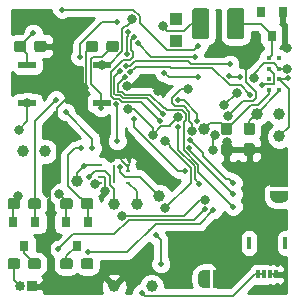
<source format=gbr>
G04 #@! TF.GenerationSoftware,KiCad,Pcbnew,(5.0.0-rc2-200-g1f6f76beb)*
G04 #@! TF.CreationDate,2020-02-25T20:58:18-05:00*
G04 #@! TF.ProjectId,watch-logic,77617463682D6C6F6769632E6B696361,rev?*
G04 #@! TF.SameCoordinates,Original*
G04 #@! TF.FileFunction,Copper,L1,Top,Signal*
G04 #@! TF.FilePolarity,Positive*
%FSLAX46Y46*%
G04 Gerber Fmt 4.6, Leading zero omitted, Abs format (unit mm)*
G04 Created by KiCad (PCBNEW (5.0.0-rc2-200-g1f6f76beb)) date Tue Feb 25 20:58:18 2020*
%MOMM*%
%LPD*%
G01*
G04 APERTURE LIST*
G04 #@! TA.AperFunction,SMDPad,CuDef*
%ADD10R,1.100000X1.050000*%
G04 #@! TD*
G04 #@! TA.AperFunction,Conductor*
%ADD11C,0.100000*%
G04 #@! TD*
G04 #@! TA.AperFunction,SMDPad,CuDef*
%ADD12C,1.425000*%
G04 #@! TD*
G04 #@! TA.AperFunction,SMDPad,CuDef*
%ADD13R,0.420000X0.400000*%
G04 #@! TD*
G04 #@! TA.AperFunction,ComponentPad*
%ADD14R,0.850000X0.850000*%
G04 #@! TD*
G04 #@! TA.AperFunction,ComponentPad*
%ADD15O,0.850000X0.850000*%
G04 #@! TD*
G04 #@! TA.AperFunction,SMDPad,CuDef*
%ADD16C,0.500000*%
G04 #@! TD*
G04 #@! TA.AperFunction,SMDPad,CuDef*
%ADD17R,0.800000X0.900000*%
G04 #@! TD*
G04 #@! TA.AperFunction,SMDPad,CuDef*
%ADD18C,0.950000*%
G04 #@! TD*
G04 #@! TA.AperFunction,SMDPad,CuDef*
%ADD19R,1.500000X0.550000*%
G04 #@! TD*
G04 #@! TA.AperFunction,BGAPad,CuDef*
%ADD20C,1.000000*%
G04 #@! TD*
G04 #@! TA.AperFunction,SMDPad,CuDef*
%ADD21R,0.300000X0.250000*%
G04 #@! TD*
G04 #@! TA.AperFunction,SMDPad,CuDef*
%ADD22R,0.200000X1.600000*%
G04 #@! TD*
G04 #@! TA.AperFunction,SMDPad,CuDef*
%ADD23R,0.300000X0.700000*%
G04 #@! TD*
G04 #@! TA.AperFunction,SMDPad,CuDef*
%ADD24R,0.300000X1.000000*%
G04 #@! TD*
G04 #@! TA.AperFunction,ViaPad*
%ADD25C,0.800000*%
G04 #@! TD*
G04 #@! TA.AperFunction,ViaPad*
%ADD26C,0.500000*%
G04 #@! TD*
G04 #@! TA.AperFunction,Conductor*
%ADD27C,0.150000*%
G04 #@! TD*
G04 #@! TA.AperFunction,Conductor*
%ADD28C,0.200000*%
G04 #@! TD*
G04 #@! TA.AperFunction,Conductor*
%ADD29C,0.254000*%
G04 #@! TD*
G04 APERTURE END LIST*
D10*
G04 #@! TO.P,Y1,1*
G04 #@! TO.N,Net-(IC1-Pad17)*
X177927000Y-113284000D03*
G04 #@! TO.P,Y1,2*
G04 #@! TO.N,Net-(IC1-Pad18)*
X177927000Y-115134000D03*
G04 #@! TD*
D11*
G04 #@! TO.N,Net-(C1-Pad1)*
G04 #@! TO.C,C1*
G36*
X183494004Y-112341204D02*
X183518273Y-112344804D01*
X183542071Y-112350765D01*
X183565171Y-112359030D01*
X183587349Y-112369520D01*
X183608393Y-112382133D01*
X183628098Y-112396747D01*
X183646277Y-112413223D01*
X183662753Y-112431402D01*
X183677367Y-112451107D01*
X183689980Y-112472151D01*
X183700470Y-112494329D01*
X183708735Y-112517429D01*
X183714696Y-112541227D01*
X183718296Y-112565496D01*
X183719500Y-112590000D01*
X183719500Y-114740000D01*
X183718296Y-114764504D01*
X183714696Y-114788773D01*
X183708735Y-114812571D01*
X183700470Y-114835671D01*
X183689980Y-114857849D01*
X183677367Y-114878893D01*
X183662753Y-114898598D01*
X183646277Y-114916777D01*
X183628098Y-114933253D01*
X183608393Y-114947867D01*
X183587349Y-114960480D01*
X183565171Y-114970970D01*
X183542071Y-114979235D01*
X183518273Y-114985196D01*
X183494004Y-114988796D01*
X183469500Y-114990000D01*
X182544500Y-114990000D01*
X182519996Y-114988796D01*
X182495727Y-114985196D01*
X182471929Y-114979235D01*
X182448829Y-114970970D01*
X182426651Y-114960480D01*
X182405607Y-114947867D01*
X182385902Y-114933253D01*
X182367723Y-114916777D01*
X182351247Y-114898598D01*
X182336633Y-114878893D01*
X182324020Y-114857849D01*
X182313530Y-114835671D01*
X182305265Y-114812571D01*
X182299304Y-114788773D01*
X182295704Y-114764504D01*
X182294500Y-114740000D01*
X182294500Y-112590000D01*
X182295704Y-112565496D01*
X182299304Y-112541227D01*
X182305265Y-112517429D01*
X182313530Y-112494329D01*
X182324020Y-112472151D01*
X182336633Y-112451107D01*
X182351247Y-112431402D01*
X182367723Y-112413223D01*
X182385902Y-112396747D01*
X182405607Y-112382133D01*
X182426651Y-112369520D01*
X182448829Y-112359030D01*
X182471929Y-112350765D01*
X182495727Y-112344804D01*
X182519996Y-112341204D01*
X182544500Y-112340000D01*
X183469500Y-112340000D01*
X183494004Y-112341204D01*
X183494004Y-112341204D01*
G37*
D12*
G04 #@! TD*
G04 #@! TO.P,C1,1*
G04 #@! TO.N,Net-(C1-Pad1)*
X183007000Y-113665000D03*
D11*
G04 #@! TO.N,GND*
G04 #@! TO.C,C1*
G36*
X180519004Y-112341204D02*
X180543273Y-112344804D01*
X180567071Y-112350765D01*
X180590171Y-112359030D01*
X180612349Y-112369520D01*
X180633393Y-112382133D01*
X180653098Y-112396747D01*
X180671277Y-112413223D01*
X180687753Y-112431402D01*
X180702367Y-112451107D01*
X180714980Y-112472151D01*
X180725470Y-112494329D01*
X180733735Y-112517429D01*
X180739696Y-112541227D01*
X180743296Y-112565496D01*
X180744500Y-112590000D01*
X180744500Y-114740000D01*
X180743296Y-114764504D01*
X180739696Y-114788773D01*
X180733735Y-114812571D01*
X180725470Y-114835671D01*
X180714980Y-114857849D01*
X180702367Y-114878893D01*
X180687753Y-114898598D01*
X180671277Y-114916777D01*
X180653098Y-114933253D01*
X180633393Y-114947867D01*
X180612349Y-114960480D01*
X180590171Y-114970970D01*
X180567071Y-114979235D01*
X180543273Y-114985196D01*
X180519004Y-114988796D01*
X180494500Y-114990000D01*
X179569500Y-114990000D01*
X179544996Y-114988796D01*
X179520727Y-114985196D01*
X179496929Y-114979235D01*
X179473829Y-114970970D01*
X179451651Y-114960480D01*
X179430607Y-114947867D01*
X179410902Y-114933253D01*
X179392723Y-114916777D01*
X179376247Y-114898598D01*
X179361633Y-114878893D01*
X179349020Y-114857849D01*
X179338530Y-114835671D01*
X179330265Y-114812571D01*
X179324304Y-114788773D01*
X179320704Y-114764504D01*
X179319500Y-114740000D01*
X179319500Y-112590000D01*
X179320704Y-112565496D01*
X179324304Y-112541227D01*
X179330265Y-112517429D01*
X179338530Y-112494329D01*
X179349020Y-112472151D01*
X179361633Y-112451107D01*
X179376247Y-112431402D01*
X179392723Y-112413223D01*
X179410902Y-112396747D01*
X179430607Y-112382133D01*
X179451651Y-112369520D01*
X179473829Y-112359030D01*
X179496929Y-112350765D01*
X179520727Y-112344804D01*
X179544996Y-112341204D01*
X179569500Y-112340000D01*
X180494500Y-112340000D01*
X180519004Y-112341204D01*
X180519004Y-112341204D01*
G37*
D12*
G04 #@! TD*
G04 #@! TO.P,C1,2*
G04 #@! TO.N,GND*
X180032000Y-113665000D03*
D13*
G04 #@! TO.P,IC2,8*
G04 #@! TO.N,SCL*
X185790000Y-119275000D03*
G04 #@! TO.P,IC2,7*
G04 #@! TO.N,N/C*
X185790000Y-118375000D03*
G04 #@! TO.P,IC2,6*
G04 #@! TO.N,RTC_IRQ*
X185790000Y-117475000D03*
G04 #@! TO.P,IC2,5*
G04 #@! TO.N,Net-(C1-Pad1)*
X185790000Y-116575000D03*
G04 #@! TO.P,IC2,1*
G04 #@! TO.N,SDA*
X186690000Y-119275000D03*
G04 #@! TO.P,IC2,2*
G04 #@! TO.N,SQW*
X186690000Y-118375000D03*
G04 #@! TO.P,IC2,3*
G04 #@! TO.N,GND*
X186690000Y-117475000D03*
G04 #@! TO.P,IC2,4*
G04 #@! TO.N,N/C*
X186690000Y-116575000D03*
G04 #@! TD*
D14*
G04 #@! TO.P,J3,1*
G04 #@! TO.N,+3V3*
X165735000Y-135890000D03*
D15*
G04 #@! TO.P,J3,2*
G04 #@! TO.N,Net-(J3-Pad2)*
X164735000Y-135890000D03*
G04 #@! TD*
D16*
G04 #@! TO.P,JP1,2*
G04 #@! TO.N,+3V3*
X186690000Y-127000000D03*
D11*
G04 #@! TD*
G04 #@! TO.N,+3V3*
G04 #@! TO.C,JP1*
G36*
X185940602Y-127000000D02*
X185940602Y-126975466D01*
X185945412Y-126926635D01*
X185954984Y-126878510D01*
X185969228Y-126831555D01*
X185988005Y-126786222D01*
X186011136Y-126742949D01*
X186038396Y-126702150D01*
X186069524Y-126664221D01*
X186104221Y-126629524D01*
X186142150Y-126598396D01*
X186182949Y-126571136D01*
X186226222Y-126548005D01*
X186271555Y-126529228D01*
X186318510Y-126514984D01*
X186366635Y-126505412D01*
X186415466Y-126500602D01*
X186440000Y-126500602D01*
X186440000Y-126500000D01*
X186940000Y-126500000D01*
X186940000Y-126500602D01*
X186964534Y-126500602D01*
X187013365Y-126505412D01*
X187061490Y-126514984D01*
X187108445Y-126529228D01*
X187153778Y-126548005D01*
X187197051Y-126571136D01*
X187237850Y-126598396D01*
X187275779Y-126629524D01*
X187310476Y-126664221D01*
X187341604Y-126702150D01*
X187368864Y-126742949D01*
X187391995Y-126786222D01*
X187410772Y-126831555D01*
X187425016Y-126878510D01*
X187434588Y-126926635D01*
X187439398Y-126975466D01*
X187439398Y-127000000D01*
X187440000Y-127000000D01*
X187440000Y-127500000D01*
X185940000Y-127500000D01*
X185940000Y-127000000D01*
X185940602Y-127000000D01*
X185940602Y-127000000D01*
G37*
D16*
G04 #@! TO.P,JP1,1*
G04 #@! TO.N,BTN2*
X186690000Y-128300000D03*
D11*
G04 #@! TD*
G04 #@! TO.N,BTN2*
G04 #@! TO.C,JP1*
G36*
X187440000Y-127800000D02*
X187440000Y-128300000D01*
X187439398Y-128300000D01*
X187439398Y-128324534D01*
X187434588Y-128373365D01*
X187425016Y-128421490D01*
X187410772Y-128468445D01*
X187391995Y-128513778D01*
X187368864Y-128557051D01*
X187341604Y-128597850D01*
X187310476Y-128635779D01*
X187275779Y-128670476D01*
X187237850Y-128701604D01*
X187197051Y-128728864D01*
X187153778Y-128751995D01*
X187108445Y-128770772D01*
X187061490Y-128785016D01*
X187013365Y-128794588D01*
X186964534Y-128799398D01*
X186940000Y-128799398D01*
X186940000Y-128800000D01*
X186440000Y-128800000D01*
X186440000Y-128799398D01*
X186415466Y-128799398D01*
X186366635Y-128794588D01*
X186318510Y-128785016D01*
X186271555Y-128770772D01*
X186226222Y-128751995D01*
X186182949Y-128728864D01*
X186142150Y-128701604D01*
X186104221Y-128670476D01*
X186069524Y-128635779D01*
X186038396Y-128597850D01*
X186011136Y-128557051D01*
X185988005Y-128513778D01*
X185969228Y-128468445D01*
X185954984Y-128421490D01*
X185945412Y-128373365D01*
X185940602Y-128324534D01*
X185940602Y-128300000D01*
X185940000Y-128300000D01*
X185940000Y-127800000D01*
X187440000Y-127800000D01*
X187440000Y-127800000D01*
G37*
D16*
G04 #@! TO.P,JP2,1*
G04 #@! TO.N,BTN6*
X180310000Y-135255000D03*
D11*
G04 #@! TD*
G04 #@! TO.N,BTN6*
G04 #@! TO.C,JP2*
G36*
X180810000Y-136005000D02*
X180310000Y-136005000D01*
X180310000Y-136004398D01*
X180285466Y-136004398D01*
X180236635Y-135999588D01*
X180188510Y-135990016D01*
X180141555Y-135975772D01*
X180096222Y-135956995D01*
X180052949Y-135933864D01*
X180012150Y-135906604D01*
X179974221Y-135875476D01*
X179939524Y-135840779D01*
X179908396Y-135802850D01*
X179881136Y-135762051D01*
X179858005Y-135718778D01*
X179839228Y-135673445D01*
X179824984Y-135626490D01*
X179815412Y-135578365D01*
X179810602Y-135529534D01*
X179810602Y-135505000D01*
X179810000Y-135505000D01*
X179810000Y-135005000D01*
X179810602Y-135005000D01*
X179810602Y-134980466D01*
X179815412Y-134931635D01*
X179824984Y-134883510D01*
X179839228Y-134836555D01*
X179858005Y-134791222D01*
X179881136Y-134747949D01*
X179908396Y-134707150D01*
X179939524Y-134669221D01*
X179974221Y-134634524D01*
X180012150Y-134603396D01*
X180052949Y-134576136D01*
X180096222Y-134553005D01*
X180141555Y-134534228D01*
X180188510Y-134519984D01*
X180236635Y-134510412D01*
X180285466Y-134505602D01*
X180310000Y-134505602D01*
X180310000Y-134505000D01*
X180810000Y-134505000D01*
X180810000Y-136005000D01*
X180810000Y-136005000D01*
G37*
D16*
G04 #@! TO.P,JP2,2*
G04 #@! TO.N,+3V3*
X181610000Y-135255000D03*
D11*
G04 #@! TD*
G04 #@! TO.N,+3V3*
G04 #@! TO.C,JP2*
G36*
X181610000Y-134505602D02*
X181634534Y-134505602D01*
X181683365Y-134510412D01*
X181731490Y-134519984D01*
X181778445Y-134534228D01*
X181823778Y-134553005D01*
X181867051Y-134576136D01*
X181907850Y-134603396D01*
X181945779Y-134634524D01*
X181980476Y-134669221D01*
X182011604Y-134707150D01*
X182038864Y-134747949D01*
X182061995Y-134791222D01*
X182080772Y-134836555D01*
X182095016Y-134883510D01*
X182104588Y-134931635D01*
X182109398Y-134980466D01*
X182109398Y-135005000D01*
X182110000Y-135005000D01*
X182110000Y-135505000D01*
X182109398Y-135505000D01*
X182109398Y-135529534D01*
X182104588Y-135578365D01*
X182095016Y-135626490D01*
X182080772Y-135673445D01*
X182061995Y-135718778D01*
X182038864Y-135762051D01*
X182011604Y-135802850D01*
X181980476Y-135840779D01*
X181945779Y-135875476D01*
X181907850Y-135906604D01*
X181867051Y-135933864D01*
X181823778Y-135956995D01*
X181778445Y-135975772D01*
X181731490Y-135990016D01*
X181683365Y-135999588D01*
X181634534Y-136004398D01*
X181610000Y-136004398D01*
X181610000Y-136005000D01*
X181110000Y-136005000D01*
X181110000Y-134505000D01*
X181610000Y-134505000D01*
X181610000Y-134505602D01*
X181610000Y-134505602D01*
G37*
D17*
G04 #@! TO.P,Q1,1*
G04 #@! TO.N,BUZZER*
X166050000Y-130445000D03*
G04 #@! TO.P,Q1,2*
G04 #@! TO.N,GND*
X164150000Y-130445000D03*
G04 #@! TO.P,Q1,3*
G04 #@! TO.N,Net-(Q1-Pad3)*
X165100000Y-132445000D03*
G04 #@! TD*
G04 #@! TO.P,Q2,3*
G04 #@! TO.N,Net-(Q2-Pad3)*
X169545000Y-132445000D03*
G04 #@! TO.P,Q2,2*
G04 #@! TO.N,GND*
X168595000Y-130445000D03*
G04 #@! TO.P,Q2,1*
G04 #@! TO.N,FRONTLIGHT*
X170495000Y-130445000D03*
G04 #@! TD*
D11*
G04 #@! TO.N,RST*
G04 #@! TO.C,R3*
G36*
X172889779Y-115096144D02*
X172912834Y-115099563D01*
X172935443Y-115105227D01*
X172957387Y-115113079D01*
X172978457Y-115123044D01*
X172998448Y-115135026D01*
X173017168Y-115148910D01*
X173034438Y-115164562D01*
X173050090Y-115181832D01*
X173063974Y-115200552D01*
X173075956Y-115220543D01*
X173085921Y-115241613D01*
X173093773Y-115263557D01*
X173099437Y-115286166D01*
X173102856Y-115309221D01*
X173104000Y-115332500D01*
X173104000Y-115807500D01*
X173102856Y-115830779D01*
X173099437Y-115853834D01*
X173093773Y-115876443D01*
X173085921Y-115898387D01*
X173075956Y-115919457D01*
X173063974Y-115939448D01*
X173050090Y-115958168D01*
X173034438Y-115975438D01*
X173017168Y-115991090D01*
X172998448Y-116004974D01*
X172978457Y-116016956D01*
X172957387Y-116026921D01*
X172935443Y-116034773D01*
X172912834Y-116040437D01*
X172889779Y-116043856D01*
X172866500Y-116045000D01*
X172291500Y-116045000D01*
X172268221Y-116043856D01*
X172245166Y-116040437D01*
X172222557Y-116034773D01*
X172200613Y-116026921D01*
X172179543Y-116016956D01*
X172159552Y-116004974D01*
X172140832Y-115991090D01*
X172123562Y-115975438D01*
X172107910Y-115958168D01*
X172094026Y-115939448D01*
X172082044Y-115919457D01*
X172072079Y-115898387D01*
X172064227Y-115876443D01*
X172058563Y-115853834D01*
X172055144Y-115830779D01*
X172054000Y-115807500D01*
X172054000Y-115332500D01*
X172055144Y-115309221D01*
X172058563Y-115286166D01*
X172064227Y-115263557D01*
X172072079Y-115241613D01*
X172082044Y-115220543D01*
X172094026Y-115200552D01*
X172107910Y-115181832D01*
X172123562Y-115164562D01*
X172140832Y-115148910D01*
X172159552Y-115135026D01*
X172179543Y-115123044D01*
X172200613Y-115113079D01*
X172222557Y-115105227D01*
X172245166Y-115099563D01*
X172268221Y-115096144D01*
X172291500Y-115095000D01*
X172866500Y-115095000D01*
X172889779Y-115096144D01*
X172889779Y-115096144D01*
G37*
D18*
G04 #@! TD*
G04 #@! TO.P,R3,2*
G04 #@! TO.N,RST*
X172579000Y-115570000D03*
D11*
G04 #@! TO.N,+3V3*
G04 #@! TO.C,R3*
G36*
X171139779Y-115096144D02*
X171162834Y-115099563D01*
X171185443Y-115105227D01*
X171207387Y-115113079D01*
X171228457Y-115123044D01*
X171248448Y-115135026D01*
X171267168Y-115148910D01*
X171284438Y-115164562D01*
X171300090Y-115181832D01*
X171313974Y-115200552D01*
X171325956Y-115220543D01*
X171335921Y-115241613D01*
X171343773Y-115263557D01*
X171349437Y-115286166D01*
X171352856Y-115309221D01*
X171354000Y-115332500D01*
X171354000Y-115807500D01*
X171352856Y-115830779D01*
X171349437Y-115853834D01*
X171343773Y-115876443D01*
X171335921Y-115898387D01*
X171325956Y-115919457D01*
X171313974Y-115939448D01*
X171300090Y-115958168D01*
X171284438Y-115975438D01*
X171267168Y-115991090D01*
X171248448Y-116004974D01*
X171228457Y-116016956D01*
X171207387Y-116026921D01*
X171185443Y-116034773D01*
X171162834Y-116040437D01*
X171139779Y-116043856D01*
X171116500Y-116045000D01*
X170541500Y-116045000D01*
X170518221Y-116043856D01*
X170495166Y-116040437D01*
X170472557Y-116034773D01*
X170450613Y-116026921D01*
X170429543Y-116016956D01*
X170409552Y-116004974D01*
X170390832Y-115991090D01*
X170373562Y-115975438D01*
X170357910Y-115958168D01*
X170344026Y-115939448D01*
X170332044Y-115919457D01*
X170322079Y-115898387D01*
X170314227Y-115876443D01*
X170308563Y-115853834D01*
X170305144Y-115830779D01*
X170304000Y-115807500D01*
X170304000Y-115332500D01*
X170305144Y-115309221D01*
X170308563Y-115286166D01*
X170314227Y-115263557D01*
X170322079Y-115241613D01*
X170332044Y-115220543D01*
X170344026Y-115200552D01*
X170357910Y-115181832D01*
X170373562Y-115164562D01*
X170390832Y-115148910D01*
X170409552Y-115135026D01*
X170429543Y-115123044D01*
X170450613Y-115113079D01*
X170472557Y-115105227D01*
X170495166Y-115099563D01*
X170518221Y-115096144D01*
X170541500Y-115095000D01*
X171116500Y-115095000D01*
X171139779Y-115096144D01*
X171139779Y-115096144D01*
G37*
D18*
G04 #@! TD*
G04 #@! TO.P,R3,1*
G04 #@! TO.N,+3V3*
X170829000Y-115570000D03*
D11*
G04 #@! TO.N,+3V3*
G04 #@! TO.C,R4*
G36*
X166779779Y-115096144D02*
X166802834Y-115099563D01*
X166825443Y-115105227D01*
X166847387Y-115113079D01*
X166868457Y-115123044D01*
X166888448Y-115135026D01*
X166907168Y-115148910D01*
X166924438Y-115164562D01*
X166940090Y-115181832D01*
X166953974Y-115200552D01*
X166965956Y-115220543D01*
X166975921Y-115241613D01*
X166983773Y-115263557D01*
X166989437Y-115286166D01*
X166992856Y-115309221D01*
X166994000Y-115332500D01*
X166994000Y-115807500D01*
X166992856Y-115830779D01*
X166989437Y-115853834D01*
X166983773Y-115876443D01*
X166975921Y-115898387D01*
X166965956Y-115919457D01*
X166953974Y-115939448D01*
X166940090Y-115958168D01*
X166924438Y-115975438D01*
X166907168Y-115991090D01*
X166888448Y-116004974D01*
X166868457Y-116016956D01*
X166847387Y-116026921D01*
X166825443Y-116034773D01*
X166802834Y-116040437D01*
X166779779Y-116043856D01*
X166756500Y-116045000D01*
X166181500Y-116045000D01*
X166158221Y-116043856D01*
X166135166Y-116040437D01*
X166112557Y-116034773D01*
X166090613Y-116026921D01*
X166069543Y-116016956D01*
X166049552Y-116004974D01*
X166030832Y-115991090D01*
X166013562Y-115975438D01*
X165997910Y-115958168D01*
X165984026Y-115939448D01*
X165972044Y-115919457D01*
X165962079Y-115898387D01*
X165954227Y-115876443D01*
X165948563Y-115853834D01*
X165945144Y-115830779D01*
X165944000Y-115807500D01*
X165944000Y-115332500D01*
X165945144Y-115309221D01*
X165948563Y-115286166D01*
X165954227Y-115263557D01*
X165962079Y-115241613D01*
X165972044Y-115220543D01*
X165984026Y-115200552D01*
X165997910Y-115181832D01*
X166013562Y-115164562D01*
X166030832Y-115148910D01*
X166049552Y-115135026D01*
X166069543Y-115123044D01*
X166090613Y-115113079D01*
X166112557Y-115105227D01*
X166135166Y-115099563D01*
X166158221Y-115096144D01*
X166181500Y-115095000D01*
X166756500Y-115095000D01*
X166779779Y-115096144D01*
X166779779Y-115096144D01*
G37*
D18*
G04 #@! TD*
G04 #@! TO.P,R4,1*
G04 #@! TO.N,+3V3*
X166469000Y-115570000D03*
D11*
G04 #@! TO.N,BOOTLOAD*
G04 #@! TO.C,R4*
G36*
X165029779Y-115096144D02*
X165052834Y-115099563D01*
X165075443Y-115105227D01*
X165097387Y-115113079D01*
X165118457Y-115123044D01*
X165138448Y-115135026D01*
X165157168Y-115148910D01*
X165174438Y-115164562D01*
X165190090Y-115181832D01*
X165203974Y-115200552D01*
X165215956Y-115220543D01*
X165225921Y-115241613D01*
X165233773Y-115263557D01*
X165239437Y-115286166D01*
X165242856Y-115309221D01*
X165244000Y-115332500D01*
X165244000Y-115807500D01*
X165242856Y-115830779D01*
X165239437Y-115853834D01*
X165233773Y-115876443D01*
X165225921Y-115898387D01*
X165215956Y-115919457D01*
X165203974Y-115939448D01*
X165190090Y-115958168D01*
X165174438Y-115975438D01*
X165157168Y-115991090D01*
X165138448Y-116004974D01*
X165118457Y-116016956D01*
X165097387Y-116026921D01*
X165075443Y-116034773D01*
X165052834Y-116040437D01*
X165029779Y-116043856D01*
X165006500Y-116045000D01*
X164431500Y-116045000D01*
X164408221Y-116043856D01*
X164385166Y-116040437D01*
X164362557Y-116034773D01*
X164340613Y-116026921D01*
X164319543Y-116016956D01*
X164299552Y-116004974D01*
X164280832Y-115991090D01*
X164263562Y-115975438D01*
X164247910Y-115958168D01*
X164234026Y-115939448D01*
X164222044Y-115919457D01*
X164212079Y-115898387D01*
X164204227Y-115876443D01*
X164198563Y-115853834D01*
X164195144Y-115830779D01*
X164194000Y-115807500D01*
X164194000Y-115332500D01*
X164195144Y-115309221D01*
X164198563Y-115286166D01*
X164204227Y-115263557D01*
X164212079Y-115241613D01*
X164222044Y-115220543D01*
X164234026Y-115200552D01*
X164247910Y-115181832D01*
X164263562Y-115164562D01*
X164280832Y-115148910D01*
X164299552Y-115135026D01*
X164319543Y-115123044D01*
X164340613Y-115113079D01*
X164362557Y-115105227D01*
X164385166Y-115099563D01*
X164408221Y-115096144D01*
X164431500Y-115095000D01*
X165006500Y-115095000D01*
X165029779Y-115096144D01*
X165029779Y-115096144D01*
G37*
D18*
G04 #@! TD*
G04 #@! TO.P,R4,2*
G04 #@! TO.N,BOOTLOAD*
X164719000Y-115570000D03*
D11*
G04 #@! TO.N,+3V3*
G04 #@! TO.C,R5*
G36*
X184410779Y-123781144D02*
X184433834Y-123784563D01*
X184456443Y-123790227D01*
X184478387Y-123798079D01*
X184499457Y-123808044D01*
X184519448Y-123820026D01*
X184538168Y-123833910D01*
X184555438Y-123849562D01*
X184571090Y-123866832D01*
X184584974Y-123885552D01*
X184596956Y-123905543D01*
X184606921Y-123926613D01*
X184614773Y-123948557D01*
X184620437Y-123971166D01*
X184623856Y-123994221D01*
X184625000Y-124017500D01*
X184625000Y-124592500D01*
X184623856Y-124615779D01*
X184620437Y-124638834D01*
X184614773Y-124661443D01*
X184606921Y-124683387D01*
X184596956Y-124704457D01*
X184584974Y-124724448D01*
X184571090Y-124743168D01*
X184555438Y-124760438D01*
X184538168Y-124776090D01*
X184519448Y-124789974D01*
X184499457Y-124801956D01*
X184478387Y-124811921D01*
X184456443Y-124819773D01*
X184433834Y-124825437D01*
X184410779Y-124828856D01*
X184387500Y-124830000D01*
X183912500Y-124830000D01*
X183889221Y-124828856D01*
X183866166Y-124825437D01*
X183843557Y-124819773D01*
X183821613Y-124811921D01*
X183800543Y-124801956D01*
X183780552Y-124789974D01*
X183761832Y-124776090D01*
X183744562Y-124760438D01*
X183728910Y-124743168D01*
X183715026Y-124724448D01*
X183703044Y-124704457D01*
X183693079Y-124683387D01*
X183685227Y-124661443D01*
X183679563Y-124638834D01*
X183676144Y-124615779D01*
X183675000Y-124592500D01*
X183675000Y-124017500D01*
X183676144Y-123994221D01*
X183679563Y-123971166D01*
X183685227Y-123948557D01*
X183693079Y-123926613D01*
X183703044Y-123905543D01*
X183715026Y-123885552D01*
X183728910Y-123866832D01*
X183744562Y-123849562D01*
X183761832Y-123833910D01*
X183780552Y-123820026D01*
X183800543Y-123808044D01*
X183821613Y-123798079D01*
X183843557Y-123790227D01*
X183866166Y-123784563D01*
X183889221Y-123781144D01*
X183912500Y-123780000D01*
X184387500Y-123780000D01*
X184410779Y-123781144D01*
X184410779Y-123781144D01*
G37*
D18*
G04 #@! TD*
G04 #@! TO.P,R5,1*
G04 #@! TO.N,+3V3*
X184150000Y-124305000D03*
D11*
G04 #@! TO.N,SDA*
G04 #@! TO.C,R5*
G36*
X184410779Y-122031144D02*
X184433834Y-122034563D01*
X184456443Y-122040227D01*
X184478387Y-122048079D01*
X184499457Y-122058044D01*
X184519448Y-122070026D01*
X184538168Y-122083910D01*
X184555438Y-122099562D01*
X184571090Y-122116832D01*
X184584974Y-122135552D01*
X184596956Y-122155543D01*
X184606921Y-122176613D01*
X184614773Y-122198557D01*
X184620437Y-122221166D01*
X184623856Y-122244221D01*
X184625000Y-122267500D01*
X184625000Y-122842500D01*
X184623856Y-122865779D01*
X184620437Y-122888834D01*
X184614773Y-122911443D01*
X184606921Y-122933387D01*
X184596956Y-122954457D01*
X184584974Y-122974448D01*
X184571090Y-122993168D01*
X184555438Y-123010438D01*
X184538168Y-123026090D01*
X184519448Y-123039974D01*
X184499457Y-123051956D01*
X184478387Y-123061921D01*
X184456443Y-123069773D01*
X184433834Y-123075437D01*
X184410779Y-123078856D01*
X184387500Y-123080000D01*
X183912500Y-123080000D01*
X183889221Y-123078856D01*
X183866166Y-123075437D01*
X183843557Y-123069773D01*
X183821613Y-123061921D01*
X183800543Y-123051956D01*
X183780552Y-123039974D01*
X183761832Y-123026090D01*
X183744562Y-123010438D01*
X183728910Y-122993168D01*
X183715026Y-122974448D01*
X183703044Y-122954457D01*
X183693079Y-122933387D01*
X183685227Y-122911443D01*
X183679563Y-122888834D01*
X183676144Y-122865779D01*
X183675000Y-122842500D01*
X183675000Y-122267500D01*
X183676144Y-122244221D01*
X183679563Y-122221166D01*
X183685227Y-122198557D01*
X183693079Y-122176613D01*
X183703044Y-122155543D01*
X183715026Y-122135552D01*
X183728910Y-122116832D01*
X183744562Y-122099562D01*
X183761832Y-122083910D01*
X183780552Y-122070026D01*
X183800543Y-122058044D01*
X183821613Y-122048079D01*
X183843557Y-122040227D01*
X183866166Y-122034563D01*
X183889221Y-122031144D01*
X183912500Y-122030000D01*
X184387500Y-122030000D01*
X184410779Y-122031144D01*
X184410779Y-122031144D01*
G37*
D18*
G04 #@! TD*
G04 #@! TO.P,R5,2*
G04 #@! TO.N,SDA*
X184150000Y-122555000D03*
D11*
G04 #@! TO.N,SCL*
G04 #@! TO.C,R6*
G36*
X182505779Y-122031144D02*
X182528834Y-122034563D01*
X182551443Y-122040227D01*
X182573387Y-122048079D01*
X182594457Y-122058044D01*
X182614448Y-122070026D01*
X182633168Y-122083910D01*
X182650438Y-122099562D01*
X182666090Y-122116832D01*
X182679974Y-122135552D01*
X182691956Y-122155543D01*
X182701921Y-122176613D01*
X182709773Y-122198557D01*
X182715437Y-122221166D01*
X182718856Y-122244221D01*
X182720000Y-122267500D01*
X182720000Y-122842500D01*
X182718856Y-122865779D01*
X182715437Y-122888834D01*
X182709773Y-122911443D01*
X182701921Y-122933387D01*
X182691956Y-122954457D01*
X182679974Y-122974448D01*
X182666090Y-122993168D01*
X182650438Y-123010438D01*
X182633168Y-123026090D01*
X182614448Y-123039974D01*
X182594457Y-123051956D01*
X182573387Y-123061921D01*
X182551443Y-123069773D01*
X182528834Y-123075437D01*
X182505779Y-123078856D01*
X182482500Y-123080000D01*
X182007500Y-123080000D01*
X181984221Y-123078856D01*
X181961166Y-123075437D01*
X181938557Y-123069773D01*
X181916613Y-123061921D01*
X181895543Y-123051956D01*
X181875552Y-123039974D01*
X181856832Y-123026090D01*
X181839562Y-123010438D01*
X181823910Y-122993168D01*
X181810026Y-122974448D01*
X181798044Y-122954457D01*
X181788079Y-122933387D01*
X181780227Y-122911443D01*
X181774563Y-122888834D01*
X181771144Y-122865779D01*
X181770000Y-122842500D01*
X181770000Y-122267500D01*
X181771144Y-122244221D01*
X181774563Y-122221166D01*
X181780227Y-122198557D01*
X181788079Y-122176613D01*
X181798044Y-122155543D01*
X181810026Y-122135552D01*
X181823910Y-122116832D01*
X181839562Y-122099562D01*
X181856832Y-122083910D01*
X181875552Y-122070026D01*
X181895543Y-122058044D01*
X181916613Y-122048079D01*
X181938557Y-122040227D01*
X181961166Y-122034563D01*
X181984221Y-122031144D01*
X182007500Y-122030000D01*
X182482500Y-122030000D01*
X182505779Y-122031144D01*
X182505779Y-122031144D01*
G37*
D18*
G04 #@! TD*
G04 #@! TO.P,R6,2*
G04 #@! TO.N,SCL*
X182245000Y-122555000D03*
D11*
G04 #@! TO.N,+3V3*
G04 #@! TO.C,R6*
G36*
X182505779Y-123781144D02*
X182528834Y-123784563D01*
X182551443Y-123790227D01*
X182573387Y-123798079D01*
X182594457Y-123808044D01*
X182614448Y-123820026D01*
X182633168Y-123833910D01*
X182650438Y-123849562D01*
X182666090Y-123866832D01*
X182679974Y-123885552D01*
X182691956Y-123905543D01*
X182701921Y-123926613D01*
X182709773Y-123948557D01*
X182715437Y-123971166D01*
X182718856Y-123994221D01*
X182720000Y-124017500D01*
X182720000Y-124592500D01*
X182718856Y-124615779D01*
X182715437Y-124638834D01*
X182709773Y-124661443D01*
X182701921Y-124683387D01*
X182691956Y-124704457D01*
X182679974Y-124724448D01*
X182666090Y-124743168D01*
X182650438Y-124760438D01*
X182633168Y-124776090D01*
X182614448Y-124789974D01*
X182594457Y-124801956D01*
X182573387Y-124811921D01*
X182551443Y-124819773D01*
X182528834Y-124825437D01*
X182505779Y-124828856D01*
X182482500Y-124830000D01*
X182007500Y-124830000D01*
X181984221Y-124828856D01*
X181961166Y-124825437D01*
X181938557Y-124819773D01*
X181916613Y-124811921D01*
X181895543Y-124801956D01*
X181875552Y-124789974D01*
X181856832Y-124776090D01*
X181839562Y-124760438D01*
X181823910Y-124743168D01*
X181810026Y-124724448D01*
X181798044Y-124704457D01*
X181788079Y-124683387D01*
X181780227Y-124661443D01*
X181774563Y-124638834D01*
X181771144Y-124615779D01*
X181770000Y-124592500D01*
X181770000Y-124017500D01*
X181771144Y-123994221D01*
X181774563Y-123971166D01*
X181780227Y-123948557D01*
X181788079Y-123926613D01*
X181798044Y-123905543D01*
X181810026Y-123885552D01*
X181823910Y-123866832D01*
X181839562Y-123849562D01*
X181856832Y-123833910D01*
X181875552Y-123820026D01*
X181895543Y-123808044D01*
X181916613Y-123798079D01*
X181938557Y-123790227D01*
X181961166Y-123784563D01*
X181984221Y-123781144D01*
X182007500Y-123780000D01*
X182482500Y-123780000D01*
X182505779Y-123781144D01*
X182505779Y-123781144D01*
G37*
D18*
G04 #@! TD*
G04 #@! TO.P,R6,1*
G04 #@! TO.N,+3V3*
X182245000Y-124305000D03*
D11*
G04 #@! TO.N,BUZZER*
G04 #@! TO.C,R7*
G36*
X166285779Y-128431144D02*
X166308834Y-128434563D01*
X166331443Y-128440227D01*
X166353387Y-128448079D01*
X166374457Y-128458044D01*
X166394448Y-128470026D01*
X166413168Y-128483910D01*
X166430438Y-128499562D01*
X166446090Y-128516832D01*
X166459974Y-128535552D01*
X166471956Y-128555543D01*
X166481921Y-128576613D01*
X166489773Y-128598557D01*
X166495437Y-128621166D01*
X166498856Y-128644221D01*
X166500000Y-128667500D01*
X166500000Y-129142500D01*
X166498856Y-129165779D01*
X166495437Y-129188834D01*
X166489773Y-129211443D01*
X166481921Y-129233387D01*
X166471956Y-129254457D01*
X166459974Y-129274448D01*
X166446090Y-129293168D01*
X166430438Y-129310438D01*
X166413168Y-129326090D01*
X166394448Y-129339974D01*
X166374457Y-129351956D01*
X166353387Y-129361921D01*
X166331443Y-129369773D01*
X166308834Y-129375437D01*
X166285779Y-129378856D01*
X166262500Y-129380000D01*
X165687500Y-129380000D01*
X165664221Y-129378856D01*
X165641166Y-129375437D01*
X165618557Y-129369773D01*
X165596613Y-129361921D01*
X165575543Y-129351956D01*
X165555552Y-129339974D01*
X165536832Y-129326090D01*
X165519562Y-129310438D01*
X165503910Y-129293168D01*
X165490026Y-129274448D01*
X165478044Y-129254457D01*
X165468079Y-129233387D01*
X165460227Y-129211443D01*
X165454563Y-129188834D01*
X165451144Y-129165779D01*
X165450000Y-129142500D01*
X165450000Y-128667500D01*
X165451144Y-128644221D01*
X165454563Y-128621166D01*
X165460227Y-128598557D01*
X165468079Y-128576613D01*
X165478044Y-128555543D01*
X165490026Y-128535552D01*
X165503910Y-128516832D01*
X165519562Y-128499562D01*
X165536832Y-128483910D01*
X165555552Y-128470026D01*
X165575543Y-128458044D01*
X165596613Y-128448079D01*
X165618557Y-128440227D01*
X165641166Y-128434563D01*
X165664221Y-128431144D01*
X165687500Y-128430000D01*
X166262500Y-128430000D01*
X166285779Y-128431144D01*
X166285779Y-128431144D01*
G37*
D18*
G04 #@! TD*
G04 #@! TO.P,R7,2*
G04 #@! TO.N,BUZZER*
X165975000Y-128905000D03*
D11*
G04 #@! TO.N,GND*
G04 #@! TO.C,R7*
G36*
X164535779Y-128431144D02*
X164558834Y-128434563D01*
X164581443Y-128440227D01*
X164603387Y-128448079D01*
X164624457Y-128458044D01*
X164644448Y-128470026D01*
X164663168Y-128483910D01*
X164680438Y-128499562D01*
X164696090Y-128516832D01*
X164709974Y-128535552D01*
X164721956Y-128555543D01*
X164731921Y-128576613D01*
X164739773Y-128598557D01*
X164745437Y-128621166D01*
X164748856Y-128644221D01*
X164750000Y-128667500D01*
X164750000Y-129142500D01*
X164748856Y-129165779D01*
X164745437Y-129188834D01*
X164739773Y-129211443D01*
X164731921Y-129233387D01*
X164721956Y-129254457D01*
X164709974Y-129274448D01*
X164696090Y-129293168D01*
X164680438Y-129310438D01*
X164663168Y-129326090D01*
X164644448Y-129339974D01*
X164624457Y-129351956D01*
X164603387Y-129361921D01*
X164581443Y-129369773D01*
X164558834Y-129375437D01*
X164535779Y-129378856D01*
X164512500Y-129380000D01*
X163937500Y-129380000D01*
X163914221Y-129378856D01*
X163891166Y-129375437D01*
X163868557Y-129369773D01*
X163846613Y-129361921D01*
X163825543Y-129351956D01*
X163805552Y-129339974D01*
X163786832Y-129326090D01*
X163769562Y-129310438D01*
X163753910Y-129293168D01*
X163740026Y-129274448D01*
X163728044Y-129254457D01*
X163718079Y-129233387D01*
X163710227Y-129211443D01*
X163704563Y-129188834D01*
X163701144Y-129165779D01*
X163700000Y-129142500D01*
X163700000Y-128667500D01*
X163701144Y-128644221D01*
X163704563Y-128621166D01*
X163710227Y-128598557D01*
X163718079Y-128576613D01*
X163728044Y-128555543D01*
X163740026Y-128535552D01*
X163753910Y-128516832D01*
X163769562Y-128499562D01*
X163786832Y-128483910D01*
X163805552Y-128470026D01*
X163825543Y-128458044D01*
X163846613Y-128448079D01*
X163868557Y-128440227D01*
X163891166Y-128434563D01*
X163914221Y-128431144D01*
X163937500Y-128430000D01*
X164512500Y-128430000D01*
X164535779Y-128431144D01*
X164535779Y-128431144D01*
G37*
D18*
G04 #@! TD*
G04 #@! TO.P,R7,1*
G04 #@! TO.N,GND*
X164225000Y-128905000D03*
D11*
G04 #@! TO.N,Net-(J3-Pad2)*
G04 #@! TO.C,R8*
G36*
X164535779Y-133511144D02*
X164558834Y-133514563D01*
X164581443Y-133520227D01*
X164603387Y-133528079D01*
X164624457Y-133538044D01*
X164644448Y-133550026D01*
X164663168Y-133563910D01*
X164680438Y-133579562D01*
X164696090Y-133596832D01*
X164709974Y-133615552D01*
X164721956Y-133635543D01*
X164731921Y-133656613D01*
X164739773Y-133678557D01*
X164745437Y-133701166D01*
X164748856Y-133724221D01*
X164750000Y-133747500D01*
X164750000Y-134222500D01*
X164748856Y-134245779D01*
X164745437Y-134268834D01*
X164739773Y-134291443D01*
X164731921Y-134313387D01*
X164721956Y-134334457D01*
X164709974Y-134354448D01*
X164696090Y-134373168D01*
X164680438Y-134390438D01*
X164663168Y-134406090D01*
X164644448Y-134419974D01*
X164624457Y-134431956D01*
X164603387Y-134441921D01*
X164581443Y-134449773D01*
X164558834Y-134455437D01*
X164535779Y-134458856D01*
X164512500Y-134460000D01*
X163937500Y-134460000D01*
X163914221Y-134458856D01*
X163891166Y-134455437D01*
X163868557Y-134449773D01*
X163846613Y-134441921D01*
X163825543Y-134431956D01*
X163805552Y-134419974D01*
X163786832Y-134406090D01*
X163769562Y-134390438D01*
X163753910Y-134373168D01*
X163740026Y-134354448D01*
X163728044Y-134334457D01*
X163718079Y-134313387D01*
X163710227Y-134291443D01*
X163704563Y-134268834D01*
X163701144Y-134245779D01*
X163700000Y-134222500D01*
X163700000Y-133747500D01*
X163701144Y-133724221D01*
X163704563Y-133701166D01*
X163710227Y-133678557D01*
X163718079Y-133656613D01*
X163728044Y-133635543D01*
X163740026Y-133615552D01*
X163753910Y-133596832D01*
X163769562Y-133579562D01*
X163786832Y-133563910D01*
X163805552Y-133550026D01*
X163825543Y-133538044D01*
X163846613Y-133528079D01*
X163868557Y-133520227D01*
X163891166Y-133514563D01*
X163914221Y-133511144D01*
X163937500Y-133510000D01*
X164512500Y-133510000D01*
X164535779Y-133511144D01*
X164535779Y-133511144D01*
G37*
D18*
G04 #@! TD*
G04 #@! TO.P,R8,1*
G04 #@! TO.N,Net-(J3-Pad2)*
X164225000Y-133985000D03*
D11*
G04 #@! TO.N,Net-(Q1-Pad3)*
G04 #@! TO.C,R8*
G36*
X166285779Y-133511144D02*
X166308834Y-133514563D01*
X166331443Y-133520227D01*
X166353387Y-133528079D01*
X166374457Y-133538044D01*
X166394448Y-133550026D01*
X166413168Y-133563910D01*
X166430438Y-133579562D01*
X166446090Y-133596832D01*
X166459974Y-133615552D01*
X166471956Y-133635543D01*
X166481921Y-133656613D01*
X166489773Y-133678557D01*
X166495437Y-133701166D01*
X166498856Y-133724221D01*
X166500000Y-133747500D01*
X166500000Y-134222500D01*
X166498856Y-134245779D01*
X166495437Y-134268834D01*
X166489773Y-134291443D01*
X166481921Y-134313387D01*
X166471956Y-134334457D01*
X166459974Y-134354448D01*
X166446090Y-134373168D01*
X166430438Y-134390438D01*
X166413168Y-134406090D01*
X166394448Y-134419974D01*
X166374457Y-134431956D01*
X166353387Y-134441921D01*
X166331443Y-134449773D01*
X166308834Y-134455437D01*
X166285779Y-134458856D01*
X166262500Y-134460000D01*
X165687500Y-134460000D01*
X165664221Y-134458856D01*
X165641166Y-134455437D01*
X165618557Y-134449773D01*
X165596613Y-134441921D01*
X165575543Y-134431956D01*
X165555552Y-134419974D01*
X165536832Y-134406090D01*
X165519562Y-134390438D01*
X165503910Y-134373168D01*
X165490026Y-134354448D01*
X165478044Y-134334457D01*
X165468079Y-134313387D01*
X165460227Y-134291443D01*
X165454563Y-134268834D01*
X165451144Y-134245779D01*
X165450000Y-134222500D01*
X165450000Y-133747500D01*
X165451144Y-133724221D01*
X165454563Y-133701166D01*
X165460227Y-133678557D01*
X165468079Y-133656613D01*
X165478044Y-133635543D01*
X165490026Y-133615552D01*
X165503910Y-133596832D01*
X165519562Y-133579562D01*
X165536832Y-133563910D01*
X165555552Y-133550026D01*
X165575543Y-133538044D01*
X165596613Y-133528079D01*
X165618557Y-133520227D01*
X165641166Y-133514563D01*
X165664221Y-133511144D01*
X165687500Y-133510000D01*
X166262500Y-133510000D01*
X166285779Y-133511144D01*
X166285779Y-133511144D01*
G37*
D18*
G04 #@! TD*
G04 #@! TO.P,R8,2*
G04 #@! TO.N,Net-(Q1-Pad3)*
X165975000Y-133985000D03*
D11*
G04 #@! TO.N,FRONTLIGHT*
G04 #@! TO.C,R9*
G36*
X170730779Y-128431144D02*
X170753834Y-128434563D01*
X170776443Y-128440227D01*
X170798387Y-128448079D01*
X170819457Y-128458044D01*
X170839448Y-128470026D01*
X170858168Y-128483910D01*
X170875438Y-128499562D01*
X170891090Y-128516832D01*
X170904974Y-128535552D01*
X170916956Y-128555543D01*
X170926921Y-128576613D01*
X170934773Y-128598557D01*
X170940437Y-128621166D01*
X170943856Y-128644221D01*
X170945000Y-128667500D01*
X170945000Y-129142500D01*
X170943856Y-129165779D01*
X170940437Y-129188834D01*
X170934773Y-129211443D01*
X170926921Y-129233387D01*
X170916956Y-129254457D01*
X170904974Y-129274448D01*
X170891090Y-129293168D01*
X170875438Y-129310438D01*
X170858168Y-129326090D01*
X170839448Y-129339974D01*
X170819457Y-129351956D01*
X170798387Y-129361921D01*
X170776443Y-129369773D01*
X170753834Y-129375437D01*
X170730779Y-129378856D01*
X170707500Y-129380000D01*
X170132500Y-129380000D01*
X170109221Y-129378856D01*
X170086166Y-129375437D01*
X170063557Y-129369773D01*
X170041613Y-129361921D01*
X170020543Y-129351956D01*
X170000552Y-129339974D01*
X169981832Y-129326090D01*
X169964562Y-129310438D01*
X169948910Y-129293168D01*
X169935026Y-129274448D01*
X169923044Y-129254457D01*
X169913079Y-129233387D01*
X169905227Y-129211443D01*
X169899563Y-129188834D01*
X169896144Y-129165779D01*
X169895000Y-129142500D01*
X169895000Y-128667500D01*
X169896144Y-128644221D01*
X169899563Y-128621166D01*
X169905227Y-128598557D01*
X169913079Y-128576613D01*
X169923044Y-128555543D01*
X169935026Y-128535552D01*
X169948910Y-128516832D01*
X169964562Y-128499562D01*
X169981832Y-128483910D01*
X170000552Y-128470026D01*
X170020543Y-128458044D01*
X170041613Y-128448079D01*
X170063557Y-128440227D01*
X170086166Y-128434563D01*
X170109221Y-128431144D01*
X170132500Y-128430000D01*
X170707500Y-128430000D01*
X170730779Y-128431144D01*
X170730779Y-128431144D01*
G37*
D18*
G04 #@! TD*
G04 #@! TO.P,R9,2*
G04 #@! TO.N,FRONTLIGHT*
X170420000Y-128905000D03*
D11*
G04 #@! TO.N,GND*
G04 #@! TO.C,R9*
G36*
X168980779Y-128431144D02*
X169003834Y-128434563D01*
X169026443Y-128440227D01*
X169048387Y-128448079D01*
X169069457Y-128458044D01*
X169089448Y-128470026D01*
X169108168Y-128483910D01*
X169125438Y-128499562D01*
X169141090Y-128516832D01*
X169154974Y-128535552D01*
X169166956Y-128555543D01*
X169176921Y-128576613D01*
X169184773Y-128598557D01*
X169190437Y-128621166D01*
X169193856Y-128644221D01*
X169195000Y-128667500D01*
X169195000Y-129142500D01*
X169193856Y-129165779D01*
X169190437Y-129188834D01*
X169184773Y-129211443D01*
X169176921Y-129233387D01*
X169166956Y-129254457D01*
X169154974Y-129274448D01*
X169141090Y-129293168D01*
X169125438Y-129310438D01*
X169108168Y-129326090D01*
X169089448Y-129339974D01*
X169069457Y-129351956D01*
X169048387Y-129361921D01*
X169026443Y-129369773D01*
X169003834Y-129375437D01*
X168980779Y-129378856D01*
X168957500Y-129380000D01*
X168382500Y-129380000D01*
X168359221Y-129378856D01*
X168336166Y-129375437D01*
X168313557Y-129369773D01*
X168291613Y-129361921D01*
X168270543Y-129351956D01*
X168250552Y-129339974D01*
X168231832Y-129326090D01*
X168214562Y-129310438D01*
X168198910Y-129293168D01*
X168185026Y-129274448D01*
X168173044Y-129254457D01*
X168163079Y-129233387D01*
X168155227Y-129211443D01*
X168149563Y-129188834D01*
X168146144Y-129165779D01*
X168145000Y-129142500D01*
X168145000Y-128667500D01*
X168146144Y-128644221D01*
X168149563Y-128621166D01*
X168155227Y-128598557D01*
X168163079Y-128576613D01*
X168173044Y-128555543D01*
X168185026Y-128535552D01*
X168198910Y-128516832D01*
X168214562Y-128499562D01*
X168231832Y-128483910D01*
X168250552Y-128470026D01*
X168270543Y-128458044D01*
X168291613Y-128448079D01*
X168313557Y-128440227D01*
X168336166Y-128434563D01*
X168359221Y-128431144D01*
X168382500Y-128430000D01*
X168957500Y-128430000D01*
X168980779Y-128431144D01*
X168980779Y-128431144D01*
G37*
D18*
G04 #@! TD*
G04 #@! TO.P,R9,1*
G04 #@! TO.N,GND*
X168670000Y-128905000D03*
D11*
G04 #@! TO.N,Net-(J5-Pad3)*
G04 #@! TO.C,R10*
G36*
X170730779Y-133511144D02*
X170753834Y-133514563D01*
X170776443Y-133520227D01*
X170798387Y-133528079D01*
X170819457Y-133538044D01*
X170839448Y-133550026D01*
X170858168Y-133563910D01*
X170875438Y-133579562D01*
X170891090Y-133596832D01*
X170904974Y-133615552D01*
X170916956Y-133635543D01*
X170926921Y-133656613D01*
X170934773Y-133678557D01*
X170940437Y-133701166D01*
X170943856Y-133724221D01*
X170945000Y-133747500D01*
X170945000Y-134222500D01*
X170943856Y-134245779D01*
X170940437Y-134268834D01*
X170934773Y-134291443D01*
X170926921Y-134313387D01*
X170916956Y-134334457D01*
X170904974Y-134354448D01*
X170891090Y-134373168D01*
X170875438Y-134390438D01*
X170858168Y-134406090D01*
X170839448Y-134419974D01*
X170819457Y-134431956D01*
X170798387Y-134441921D01*
X170776443Y-134449773D01*
X170753834Y-134455437D01*
X170730779Y-134458856D01*
X170707500Y-134460000D01*
X170132500Y-134460000D01*
X170109221Y-134458856D01*
X170086166Y-134455437D01*
X170063557Y-134449773D01*
X170041613Y-134441921D01*
X170020543Y-134431956D01*
X170000552Y-134419974D01*
X169981832Y-134406090D01*
X169964562Y-134390438D01*
X169948910Y-134373168D01*
X169935026Y-134354448D01*
X169923044Y-134334457D01*
X169913079Y-134313387D01*
X169905227Y-134291443D01*
X169899563Y-134268834D01*
X169896144Y-134245779D01*
X169895000Y-134222500D01*
X169895000Y-133747500D01*
X169896144Y-133724221D01*
X169899563Y-133701166D01*
X169905227Y-133678557D01*
X169913079Y-133656613D01*
X169923044Y-133635543D01*
X169935026Y-133615552D01*
X169948910Y-133596832D01*
X169964562Y-133579562D01*
X169981832Y-133563910D01*
X170000552Y-133550026D01*
X170020543Y-133538044D01*
X170041613Y-133528079D01*
X170063557Y-133520227D01*
X170086166Y-133514563D01*
X170109221Y-133511144D01*
X170132500Y-133510000D01*
X170707500Y-133510000D01*
X170730779Y-133511144D01*
X170730779Y-133511144D01*
G37*
D18*
G04 #@! TD*
G04 #@! TO.P,R10,1*
G04 #@! TO.N,Net-(J5-Pad3)*
X170420000Y-133985000D03*
D11*
G04 #@! TO.N,Net-(Q2-Pad3)*
G04 #@! TO.C,R10*
G36*
X168980779Y-133511144D02*
X169003834Y-133514563D01*
X169026443Y-133520227D01*
X169048387Y-133528079D01*
X169069457Y-133538044D01*
X169089448Y-133550026D01*
X169108168Y-133563910D01*
X169125438Y-133579562D01*
X169141090Y-133596832D01*
X169154974Y-133615552D01*
X169166956Y-133635543D01*
X169176921Y-133656613D01*
X169184773Y-133678557D01*
X169190437Y-133701166D01*
X169193856Y-133724221D01*
X169195000Y-133747500D01*
X169195000Y-134222500D01*
X169193856Y-134245779D01*
X169190437Y-134268834D01*
X169184773Y-134291443D01*
X169176921Y-134313387D01*
X169166956Y-134334457D01*
X169154974Y-134354448D01*
X169141090Y-134373168D01*
X169125438Y-134390438D01*
X169108168Y-134406090D01*
X169089448Y-134419974D01*
X169069457Y-134431956D01*
X169048387Y-134441921D01*
X169026443Y-134449773D01*
X169003834Y-134455437D01*
X168980779Y-134458856D01*
X168957500Y-134460000D01*
X168382500Y-134460000D01*
X168359221Y-134458856D01*
X168336166Y-134455437D01*
X168313557Y-134449773D01*
X168291613Y-134441921D01*
X168270543Y-134431956D01*
X168250552Y-134419974D01*
X168231832Y-134406090D01*
X168214562Y-134390438D01*
X168198910Y-134373168D01*
X168185026Y-134354448D01*
X168173044Y-134334457D01*
X168163079Y-134313387D01*
X168155227Y-134291443D01*
X168149563Y-134268834D01*
X168146144Y-134245779D01*
X168145000Y-134222500D01*
X168145000Y-133747500D01*
X168146144Y-133724221D01*
X168149563Y-133701166D01*
X168155227Y-133678557D01*
X168163079Y-133656613D01*
X168173044Y-133635543D01*
X168185026Y-133615552D01*
X168198910Y-133596832D01*
X168214562Y-133579562D01*
X168231832Y-133563910D01*
X168250552Y-133550026D01*
X168270543Y-133538044D01*
X168291613Y-133528079D01*
X168313557Y-133520227D01*
X168336166Y-133514563D01*
X168359221Y-133511144D01*
X168382500Y-133510000D01*
X168957500Y-133510000D01*
X168980779Y-133511144D01*
X168980779Y-133511144D01*
G37*
D18*
G04 #@! TD*
G04 #@! TO.P,R10,2*
G04 #@! TO.N,Net-(Q2-Pad3)*
X168670000Y-133985000D03*
D19*
G04 #@! TO.P,SW_BOOT1,1*
G04 #@! TO.N,BOOTLOAD*
X165354000Y-117120000D03*
G04 #@! TO.P,SW_BOOT1,2*
G04 #@! TO.N,GND*
X165354000Y-120370000D03*
G04 #@! TD*
G04 #@! TO.P,SW_RESET1,2*
G04 #@! TO.N,GND*
X171704000Y-117120000D03*
G04 #@! TO.P,SW_RESET1,1*
G04 #@! TO.N,RST*
X171704000Y-120370000D03*
G04 #@! TD*
D20*
G04 #@! TO.P,TP1,1*
G04 #@! TO.N,+3V3*
X172720000Y-135890000D03*
G04 #@! TD*
G04 #@! TO.P,TP2,1*
G04 #@! TO.N,GND*
X175895000Y-135890000D03*
G04 #@! TD*
G04 #@! TO.P,TP3,1*
G04 #@! TO.N,SWDCLK*
X164973000Y-124460000D03*
G04 #@! TD*
G04 #@! TO.P,TP4,1*
G04 #@! TO.N,SWDIO*
X166878000Y-124460000D03*
G04 #@! TD*
G04 #@! TO.P,TP5,1*
G04 #@! TO.N,FLASH_DI*
X174625000Y-128905000D03*
G04 #@! TD*
G04 #@! TO.P,TP6,1*
G04 #@! TO.N,FLASH_CLK*
X176530000Y-128270000D03*
G04 #@! TD*
G04 #@! TO.P,TP7,1*
G04 #@! TO.N,FLASH_CS*
X169545000Y-127000000D03*
G04 #@! TD*
G04 #@! TO.P,TP8,1*
G04 #@! TO.N,FLASH_DO*
X172720000Y-128905000D03*
G04 #@! TD*
G04 #@! TO.P,TP9,1*
G04 #@! TO.N,SCL*
X180340000Y-122555000D03*
G04 #@! TD*
G04 #@! TO.P,TP10,1*
G04 #@! TO.N,SDA*
X184785000Y-121285000D03*
G04 #@! TD*
G04 #@! TO.P,TP11,1*
G04 #@! TO.N,SQW*
X186690000Y-123190000D03*
G04 #@! TD*
G04 #@! TO.P,TP12,1*
G04 #@! TO.N,RTC_IRQ*
X186690000Y-121285000D03*
G04 #@! TD*
D21*
G04 #@! TO.P,U1,1*
G04 #@! TO.N,FLASH_CS*
X171520000Y-125615000D03*
G04 #@! TO.P,U1,2*
G04 #@! TO.N,FLASH_DO*
X171520000Y-126115000D03*
G04 #@! TO.P,U1,3*
G04 #@! TO.N,+3V3*
X171520000Y-126615000D03*
G04 #@! TO.P,U1,4*
G04 #@! TO.N,GND*
X171520000Y-127115000D03*
G04 #@! TO.P,U1,5*
G04 #@! TO.N,FLASH_DI*
X173920000Y-127115000D03*
G04 #@! TO.P,U1,6*
G04 #@! TO.N,FLASH_CLK*
X173920000Y-126615000D03*
G04 #@! TO.P,U1,7*
G04 #@! TO.N,+3V3*
X173920000Y-126115000D03*
G04 #@! TO.P,U1,8*
X173920000Y-125615000D03*
D22*
G04 #@! TO.P,U1,FLAG*
G04 #@! TO.N,N/C*
X172720000Y-126365000D03*
G04 #@! TD*
D23*
G04 #@! TO.P,J5,1*
G04 #@! TO.N,+3V3*
X186424000Y-134878200D03*
G04 #@! TO.P,J5,2*
X185924000Y-134878200D03*
G04 #@! TO.P,J5,3*
G04 #@! TO.N,Net-(J5-Pad3)*
X185424000Y-134878200D03*
G04 #@! TO.P,J5,4*
X184924000Y-134878200D03*
D24*
G04 #@! TO.P,J5,S1*
G04 #@! TO.N,N/C*
X187214000Y-132228200D03*
G04 #@! TO.P,J5,S2*
X184134000Y-132228200D03*
G04 #@! TD*
D17*
G04 #@! TO.P,D1,2*
G04 #@! TO.N,+3V3*
X187005000Y-112665000D03*
G04 #@! TO.P,D1,*
G04 #@! TO.N,*
X185105000Y-112665000D03*
G04 #@! TO.P,D1,1*
G04 #@! TO.N,Net-(C1-Pad1)*
X186055000Y-114665000D03*
G04 #@! TD*
D25*
G04 #@! TO.N,GND*
X175895000Y-135890000D03*
X176812620Y-113891158D03*
X174244000Y-113284000D03*
X164652000Y-122633000D03*
X165354000Y-120370000D03*
X187305440Y-117450528D03*
X184531000Y-118237000D03*
X183134000Y-119507000D03*
X182029443Y-120569725D03*
X171704000Y-117120000D03*
X173863000Y-120904000D03*
X178136358Y-121596368D03*
X175976540Y-123084980D03*
X168046400Y-128066800D03*
X164541200Y-128270000D03*
X168670000Y-128905000D03*
X171101293Y-127229887D03*
X181102000Y-124358400D03*
X181254400Y-123088400D03*
G04 #@! TO.N,+3V3*
X187310000Y-115697000D03*
X176403000Y-119380000D03*
X184785000Y-116078000D03*
X182384765Y-121450786D03*
X170152011Y-119106976D03*
X173782691Y-118952597D03*
X171975705Y-127809609D03*
X172415200Y-125018800D03*
X182245000Y-123643230D03*
X172720000Y-135823790D03*
D26*
G04 #@! TO.N,SCL*
X180340000Y-122555000D03*
X179734552Y-121854034D03*
X178084489Y-120146345D03*
X180392698Y-129355932D03*
X168000000Y-132750000D03*
G04 #@! TO.N,RTC_IRQ*
X186690000Y-121285000D03*
X182499000Y-117094000D03*
X185240139Y-118863393D03*
X173730928Y-117212651D03*
G04 #@! TO.N,SDA*
X184785000Y-121285000D03*
X184234012Y-119702184D03*
X174096225Y-117750306D03*
X181119760Y-129414876D03*
X170500000Y-133000000D03*
G04 #@! TO.N,SQW*
X179808293Y-118192382D03*
X176924500Y-117801497D03*
X187452000Y-118237000D03*
X183380988Y-118206410D03*
X182430976Y-118124545D03*
G04 #@! TO.N,BTN1*
X182785000Y-129135000D03*
X172974000Y-113538000D03*
X169806990Y-116448362D03*
X173602036Y-118173261D03*
G04 #@! TO.N,BTN3*
X182814352Y-128092586D03*
X174385739Y-114767843D03*
X176561674Y-121872408D03*
X179069966Y-124149361D03*
G04 #@! TO.N,BTN2*
X186690000Y-128300000D03*
X182785000Y-127135000D03*
X173907404Y-114327717D03*
X173795372Y-116262631D03*
X173237122Y-117635346D03*
X176807974Y-121270867D03*
X179116458Y-123496449D03*
G04 #@! TO.N,BTN6*
X180310000Y-135255000D03*
X179926010Y-127240016D03*
X178150155Y-122407211D03*
G04 #@! TO.N,BTN5*
X172974000Y-123571000D03*
X172890562Y-120494440D03*
G04 #@! TO.N,BTN4*
X178687112Y-126145878D03*
X174398439Y-121765561D03*
G04 #@! TO.N,LCD_CLK*
X168275000Y-112460000D03*
X179836174Y-115560282D03*
G04 #@! TO.N,LCD_MOSI*
X179559094Y-116468990D03*
X174720318Y-115325133D03*
D25*
G04 #@! TO.N,+5V*
X178943000Y-119154000D03*
X180376021Y-128556097D03*
X179299959Y-122699360D03*
X173339998Y-129936002D03*
D26*
G04 #@! TO.N,USB_DP*
X176236806Y-131520372D03*
X176657000Y-133985000D03*
D25*
G04 #@! TO.N,VBUS*
X177038000Y-129286000D03*
X177060041Y-123563327D03*
D26*
G04 #@! TO.N,BUZZER*
X167767000Y-120106991D03*
G04 #@! TO.N,FRONTLIGHT*
X169926000Y-124206000D03*
G04 #@! TO.N,RST*
X171591452Y-120769010D03*
G04 #@! TO.N,BOOTLOAD*
X165854010Y-114474144D03*
G04 #@! TO.N,SWDCLK*
X164973000Y-124460000D03*
G04 #@! TO.N,SWDIO*
X166878000Y-124460000D03*
G04 #@! TO.N,FLASH_DI*
X174625000Y-128905000D03*
X170876986Y-124209623D03*
X168628561Y-121130561D03*
G04 #@! TO.N,FLASH_CLK*
X173220012Y-125797120D03*
G04 #@! TO.N,FLASH_CS*
X170151142Y-125686752D03*
G04 #@! TO.N,FLASH_DO*
X170579221Y-126623702D03*
G04 #@! TO.N,Net-(IC1-Pad17)*
X177898663Y-113360022D03*
G04 #@! TO.N,Net-(IC1-Pad18)*
X177927000Y-115134000D03*
G04 #@! TO.N,Net-(J5-Pad3)*
X170420000Y-133985000D03*
X175056800Y-136448800D03*
G04 #@! TD*
D27*
G04 #@! TO.N,Net-(C1-Pad1)*
X186055000Y-116310000D02*
X185790000Y-116575000D01*
X186055000Y-114665000D02*
X186055000Y-116310000D01*
X185105000Y-113665000D02*
X186055000Y-114615000D01*
X186055000Y-114615000D02*
X186055000Y-114665000D01*
X183007000Y-113665000D02*
X185105000Y-113665000D01*
D28*
G04 #@! TO.N,GND*
X164150000Y-128980000D02*
X164225000Y-128905000D01*
X164150000Y-130445000D02*
X164150000Y-128980000D01*
X168595000Y-128980000D02*
X168670000Y-128905000D01*
X168595000Y-130445000D02*
X168595000Y-128980000D01*
X178593343Y-114291157D02*
X179219500Y-113665000D01*
X179219500Y-113665000D02*
X180032000Y-113665000D01*
X177212619Y-114291157D02*
X178593343Y-114291157D01*
X176812620Y-113891158D02*
X177212619Y-114291157D01*
X173667403Y-113827716D02*
X173827284Y-113827716D01*
X173354010Y-116009434D02*
X173354010Y-114141109D01*
X173354010Y-114141109D02*
X173667403Y-113827716D01*
X172243444Y-117120000D02*
X173354010Y-116009434D01*
X171704000Y-117120000D02*
X172243444Y-117120000D01*
X174244000Y-113411000D02*
X174244000Y-113284000D01*
X173827284Y-113827716D02*
X174244000Y-113411000D01*
X165354000Y-120370000D02*
X165354000Y-121931000D01*
X165354000Y-121931000D02*
X164652000Y-122633000D01*
X186690000Y-117475000D02*
X187280968Y-117475000D01*
X187280968Y-117475000D02*
X187305440Y-117450528D01*
X184531000Y-117873998D02*
X184531000Y-118237000D01*
X185379998Y-117025000D02*
X184531000Y-117873998D01*
X186230000Y-117025000D02*
X185379998Y-117025000D01*
X186680000Y-117475000D02*
X186230000Y-117025000D01*
X186690000Y-117475000D02*
X186680000Y-117475000D01*
X183092168Y-119507000D02*
X182029443Y-120569725D01*
X183134000Y-119507000D02*
X183092168Y-119507000D01*
X173863000Y-120904000D02*
X174428685Y-120904000D01*
X174428685Y-120904000D02*
X175989016Y-122464331D01*
X177457357Y-122349179D02*
X176712341Y-122349179D01*
X178136358Y-121596368D02*
X177457357Y-122275369D01*
X175989016Y-123084985D02*
X175976545Y-123084985D01*
X176712341Y-122349179D02*
X175976540Y-123084980D01*
X175976545Y-123084985D02*
X175976540Y-123084980D01*
X177457357Y-122275369D02*
X177457357Y-122349179D01*
X175989016Y-122519300D02*
X175989016Y-123084985D01*
X168670000Y-128905000D02*
X168670000Y-128690400D01*
X168670000Y-128690400D02*
X168046400Y-128066800D01*
X164541200Y-128588800D02*
X164225000Y-128905000D01*
X164541200Y-128270000D02*
X164541200Y-128588800D01*
X181102000Y-124358400D02*
X181102000Y-123240800D01*
X181102000Y-123240800D02*
X181254400Y-123088400D01*
X171216180Y-127115000D02*
X171101293Y-127229887D01*
X171520000Y-127115000D02*
X171216180Y-127115000D01*
G04 #@! TO.N,+3V3*
X173920000Y-126115000D02*
X173920000Y-125615000D01*
X187005000Y-112665000D02*
X187005000Y-115392000D01*
X187005000Y-115392000D02*
X187310000Y-115697000D01*
X183633365Y-120202186D02*
X182384765Y-121450786D01*
X183880998Y-118609166D02*
X184734014Y-119462182D01*
X184474014Y-120202186D02*
X183633365Y-120202186D01*
X184734014Y-119942186D02*
X184474014Y-120202186D01*
X183880998Y-116982002D02*
X183880998Y-118609166D01*
X184734014Y-119462182D02*
X184734014Y-119942186D01*
X184785000Y-116078000D02*
X183880998Y-116982002D01*
X170329928Y-118929059D02*
X170152011Y-119106976D01*
X167259000Y-127762000D02*
X167894000Y-127127000D01*
X166360000Y-135890000D02*
X167259000Y-134991000D01*
X169586326Y-119106976D02*
X170152011Y-119106976D01*
X167259000Y-134991000D02*
X167259000Y-127762000D01*
X165735000Y-135890000D02*
X166360000Y-135890000D01*
X167894000Y-120799302D02*
X169586326Y-119106976D01*
X167894000Y-127127000D02*
X167894000Y-120799302D01*
X170329928Y-116069072D02*
X170329928Y-118929059D01*
X170829000Y-115570000D02*
X170329928Y-116069072D01*
X175975597Y-118952597D02*
X173782691Y-118952597D01*
X176403000Y-119380000D02*
X175975597Y-118952597D01*
X173920000Y-125790000D02*
X172488400Y-124358400D01*
X173920000Y-126115000D02*
X173920000Y-125790000D01*
X171520000Y-126615000D02*
X171870000Y-126615000D01*
X171870000Y-126615000D02*
X171975705Y-126720705D01*
X171975705Y-126720705D02*
X171975705Y-127809609D01*
X184150000Y-124305000D02*
X182906770Y-124305000D01*
X182644999Y-124043229D02*
X182245000Y-123643230D01*
X182906770Y-124305000D02*
X182644999Y-124043229D01*
X186424000Y-134878200D02*
X185924000Y-134878200D01*
D27*
G04 #@! TO.N,SCL*
X182744072Y-122055928D02*
X182245000Y-122555000D01*
X184265470Y-120534531D02*
X182744072Y-122055928D01*
X185790000Y-119275000D02*
X185790000Y-119625000D01*
X184880469Y-120534531D02*
X184265470Y-120534531D01*
X185790000Y-119625000D02*
X184880469Y-120534531D01*
X179734552Y-121854034D02*
X179734552Y-121291791D01*
X179734552Y-121291791D02*
X178589106Y-120146345D01*
X178589106Y-120146345D02*
X178084489Y-120146345D01*
X180839072Y-122055928D02*
X180340000Y-122555000D01*
X182245000Y-122555000D02*
X181745928Y-122055928D01*
X181745928Y-122055928D02*
X180839072Y-122055928D01*
X179487617Y-130261013D02*
X180392698Y-129355932D01*
X175974053Y-130261013D02*
X176000000Y-130261013D01*
X176000000Y-130261013D02*
X179487617Y-130261013D01*
X180142699Y-129605931D02*
X180392698Y-129355932D01*
X172701002Y-131500000D02*
X169250000Y-131500000D01*
X173939989Y-130261013D02*
X172701002Y-131500000D01*
X176000000Y-130261013D02*
X173939989Y-130261013D01*
X169250000Y-131500000D02*
X168000000Y-132750000D01*
G04 #@! TO.N,RTC_IRQ*
X186225001Y-118755001D02*
X186180001Y-118800001D01*
X186225001Y-117900001D02*
X186225001Y-118755001D01*
X186180001Y-118800001D02*
X185303531Y-118800001D01*
X185800000Y-117475000D02*
X186225001Y-117900001D01*
X185790000Y-117475000D02*
X185800000Y-117475000D01*
X185303531Y-118800001D02*
X185240139Y-118863393D01*
X178976053Y-116810951D02*
X174486181Y-116810951D01*
X174084481Y-117212651D02*
X173730928Y-117212651D01*
X179259102Y-117094000D02*
X178976053Y-116810951D01*
X182499000Y-117094000D02*
X179259102Y-117094000D01*
X174486181Y-116810951D02*
X174084481Y-117212651D01*
G04 #@! TO.N,SDA*
X186690000Y-119380000D02*
X186690000Y-119275000D01*
X184785000Y-121285000D02*
X186690000Y-119380000D01*
X184150000Y-121920000D02*
X184785000Y-121285000D01*
X184150000Y-122555000D02*
X184150000Y-121920000D01*
X174527689Y-117318842D02*
X174096225Y-117750306D01*
X180997438Y-117394011D02*
X177548732Y-117394011D01*
X177473563Y-117318842D02*
X174527689Y-117318842D01*
X177548732Y-117394011D02*
X177473563Y-117318842D01*
X182485426Y-118881999D02*
X180997438Y-117394011D01*
X184234012Y-119702184D02*
X183413827Y-118881999D01*
X183413827Y-118881999D02*
X182485426Y-118881999D01*
X179942300Y-130592336D02*
X181119760Y-129414876D01*
X176249862Y-130592336D02*
X179942300Y-130592336D01*
X175611805Y-131230393D02*
X176000000Y-130842198D01*
X176000000Y-130842198D02*
X176249862Y-130592336D01*
X180869761Y-129664875D02*
X181119760Y-129414876D01*
X176249862Y-130592336D02*
X176092198Y-130750000D01*
X173842198Y-133000000D02*
X176249862Y-130592336D01*
X170500000Y-133000000D02*
X173842198Y-133000000D01*
G04 #@! TO.N,SQW*
X187515001Y-119190001D02*
X186700000Y-118375000D01*
X187515001Y-122364999D02*
X187515001Y-119190001D01*
X186700000Y-118375000D02*
X186690000Y-118375000D01*
X186690000Y-123190000D02*
X187515001Y-122364999D01*
X179808293Y-118192382D02*
X177315385Y-118192382D01*
X177315385Y-118192382D02*
X176924500Y-117801497D01*
X186690000Y-118375000D02*
X187314000Y-118375000D01*
X187314000Y-118375000D02*
X187452000Y-118237000D01*
X183380988Y-118206410D02*
X182512841Y-118206410D01*
X182512841Y-118206410D02*
X182430976Y-118124545D01*
G04 #@! TO.N,BTN1*
X171681910Y-113538000D02*
X169806990Y-115412920D01*
X169806990Y-115412920D02*
X169806990Y-116448362D01*
X172974000Y-113538000D02*
X171681910Y-113538000D01*
X177211469Y-120971358D02*
X177035976Y-120795865D01*
X179831999Y-125614398D02*
X178594964Y-124377363D01*
X173367099Y-119419417D02*
X173028887Y-119419417D01*
X177035976Y-120795865D02*
X176893863Y-120795865D01*
X178766953Y-121843464D02*
X178766953Y-121279197D01*
X176893863Y-120795865D02*
X175776974Y-119678976D01*
X178627460Y-121982957D02*
X178766953Y-121843464D01*
X178459114Y-120971358D02*
X177211469Y-120971358D01*
X173626656Y-119678975D02*
X173367099Y-119419417D01*
X178766953Y-121279197D02*
X178459114Y-120971358D01*
X178594964Y-124377363D02*
X178594964Y-123921359D01*
X179831999Y-126181999D02*
X179831999Y-125614398D01*
X182785000Y-129135000D02*
X179831999Y-126181999D01*
X175776974Y-119678976D02*
X173626656Y-119678975D01*
X178594964Y-123921359D02*
X178627460Y-123888863D01*
X173028887Y-119419417D02*
X173028887Y-118746410D01*
X178627460Y-123888863D02*
X178627460Y-121982957D01*
X173028887Y-118746410D02*
X173602036Y-118173261D01*
G04 #@! TO.N,BTN3*
X172428865Y-117740599D02*
X172428865Y-119743120D01*
X174135740Y-115912541D02*
X174270382Y-116047183D01*
X174270382Y-116047183D02*
X174270382Y-116503185D01*
X173118563Y-120019439D02*
X173378122Y-120278998D01*
X174135740Y-115017842D02*
X174135740Y-115912541D01*
X174385739Y-114767843D02*
X174135740Y-115017842D01*
X174035926Y-116737641D02*
X173431823Y-116737641D01*
X173378122Y-120278998D02*
X174968264Y-120278998D01*
X174270382Y-116503185D02*
X174035926Y-116737641D01*
X174968264Y-120278998D02*
X176561674Y-121872408D01*
X172428865Y-119743120D02*
X172705184Y-120019439D01*
X172705184Y-120019439D02*
X173118563Y-120019439D01*
X173431823Y-116737641D02*
X172428865Y-117740599D01*
X182814352Y-128092586D02*
X179069966Y-124348200D01*
X179069966Y-124348200D02*
X179069966Y-124149361D01*
G04 #@! TO.N,BTN2*
X173907404Y-114681270D02*
X173795372Y-114793302D01*
X173795372Y-114793302D02*
X173795372Y-116262631D01*
X173907404Y-114327717D02*
X173907404Y-114681270D01*
X172728876Y-118143592D02*
X172728876Y-119618852D01*
X172829452Y-119719428D02*
X173242831Y-119719428D01*
X175516093Y-119978986D02*
X176807974Y-121270867D01*
X173502389Y-119978986D02*
X175516093Y-119978986D01*
X173242831Y-119719428D02*
X173502389Y-119978986D01*
X173237122Y-117635346D02*
X172728876Y-118143592D01*
X172728876Y-119618852D02*
X172829452Y-119719428D01*
X182145850Y-126764290D02*
X180215133Y-124833573D01*
X180215133Y-124833573D02*
X180215133Y-124595124D01*
X180215133Y-124595124D02*
X179116458Y-123496449D01*
X182414290Y-126764290D02*
X182145850Y-126764290D01*
X182785000Y-127135000D02*
X182414290Y-126764290D01*
G04 #@! TO.N,BTN6*
X179531989Y-126845995D02*
X179531989Y-125738667D01*
X179531989Y-125738667D02*
X178150155Y-124356833D01*
X178150155Y-124356833D02*
X178150155Y-122407211D01*
X179926010Y-127240016D02*
X179531989Y-126845995D01*
G04 #@! TO.N,BTN5*
X172974000Y-123571000D02*
X172974000Y-120577878D01*
X172974000Y-120577878D02*
X172890562Y-120494440D01*
G04 #@! TO.N,BTN4*
X174398439Y-122437202D02*
X174398439Y-121765561D01*
X178687112Y-126145878D02*
X178107115Y-126145878D01*
X178107115Y-126145878D02*
X174398439Y-122437202D01*
G04 #@! TO.N,Net-(J3-Pad2)*
X164225000Y-135380000D02*
X164735000Y-135890000D01*
X164225000Y-133985000D02*
X164225000Y-135380000D01*
G04 #@! TO.N,LCD_CLK*
X174869002Y-113556004D02*
X177196999Y-115884001D01*
X179512455Y-115884001D02*
X179836174Y-115560282D01*
X177196999Y-115884001D02*
X179512455Y-115884001D01*
X174869002Y-112983998D02*
X174869002Y-113556004D01*
X168275000Y-112460000D02*
X174345004Y-112460000D01*
X174345004Y-112460000D02*
X174869002Y-112983998D01*
G04 #@! TO.N,LCD_MOSI*
X179559094Y-116468990D02*
X175864175Y-116468990D01*
X175864175Y-116468990D02*
X174720318Y-115325133D01*
D28*
G04 #@! TO.N,+5V*
X180008507Y-128556097D02*
X180376021Y-128556097D01*
X177844487Y-120646347D02*
X178629474Y-120646347D01*
X178943000Y-119154000D02*
X178368000Y-119154000D01*
X177584487Y-120386347D02*
X177844487Y-120646347D01*
X178368000Y-119154000D02*
X177584487Y-119937513D01*
X177584487Y-119937513D02*
X177584487Y-120386347D01*
X179091964Y-121108837D02*
X179091964Y-121925680D01*
X179299959Y-122133675D02*
X179299959Y-122699360D01*
X179091964Y-121925680D02*
X179299959Y-122133675D01*
X178629474Y-120646347D02*
X179091964Y-121108837D01*
X178628602Y-129936002D02*
X180008507Y-128556097D01*
X173339998Y-129936002D02*
X178628602Y-129936002D01*
X179943012Y-128621592D02*
X180008507Y-128556097D01*
D27*
G04 #@! TO.N,USB_DP*
X176236806Y-131520372D02*
X176657000Y-131940566D01*
X176657000Y-133985000D02*
X176657000Y-131940566D01*
X176636805Y-131920371D02*
X176236806Y-131520372D01*
D28*
G04 #@! TO.N,VBUS*
X177460040Y-124126352D02*
X177460040Y-123963326D01*
X177460040Y-123963326D02*
X177060041Y-123563327D01*
X179206978Y-127117022D02*
X179206978Y-125873290D01*
X177038000Y-129286000D02*
X179206978Y-127117022D01*
X179206978Y-125873290D02*
X177460040Y-124126352D01*
D27*
G04 #@! TO.N,BUZZER*
X166050000Y-128980000D02*
X165975000Y-128905000D01*
X166050000Y-130445000D02*
X166050000Y-128980000D01*
X165975000Y-128905000D02*
X165975000Y-121898991D01*
X165975000Y-121898991D02*
X167767000Y-120106991D01*
G04 #@! TO.N,Net-(Q1-Pad3)*
X165100000Y-133110000D02*
X165975000Y-133985000D01*
X165100000Y-132445000D02*
X165100000Y-133110000D01*
G04 #@! TO.N,Net-(Q2-Pad3)*
X168670000Y-133320000D02*
X169545000Y-132445000D01*
X168670000Y-133985000D02*
X168670000Y-133320000D01*
G04 #@! TO.N,FRONTLIGHT*
X170495000Y-128980000D02*
X170420000Y-128905000D01*
X170495000Y-130445000D02*
X170495000Y-128980000D01*
X168769999Y-124796316D02*
X168769999Y-127372001D01*
X168769999Y-127372001D02*
X169803926Y-128405928D01*
X169360315Y-124206000D02*
X168769999Y-124796316D01*
X169920928Y-128405928D02*
X170420000Y-128905000D01*
X169803926Y-128405928D02*
X169920928Y-128405928D01*
X169926000Y-124206000D02*
X169360315Y-124206000D01*
G04 #@! TO.N,RST*
X171591452Y-119621413D02*
X171591452Y-120415457D01*
X172579000Y-115570000D02*
X171654001Y-116494999D01*
X171654001Y-116494999D02*
X170898999Y-116494999D01*
X170898999Y-116494999D02*
X170728999Y-116664999D01*
X170728999Y-116664999D02*
X170728999Y-118758960D01*
X170728999Y-118758960D02*
X171591452Y-119621413D01*
X171591452Y-120415457D02*
X171591452Y-120769010D01*
G04 #@! TO.N,BOOTLOAD*
X164758154Y-115570000D02*
X164719000Y-115570000D01*
X165854010Y-114474144D02*
X164758154Y-115570000D01*
X165354000Y-116205000D02*
X164719000Y-115570000D01*
X165354000Y-117120000D02*
X165354000Y-116205000D01*
G04 #@! TO.N,FLASH_DI*
X174625000Y-127820000D02*
X173920000Y-127115000D01*
X174625000Y-128905000D02*
X174625000Y-127820000D01*
X170876986Y-124209623D02*
X170876986Y-123378986D01*
X170876986Y-123378986D02*
X168628561Y-121130561D01*
G04 #@! TO.N,FLASH_CLK*
X174320000Y-126615000D02*
X173920000Y-126615000D01*
X174875000Y-126615000D02*
X176530000Y-128270000D01*
X173920000Y-126615000D02*
X174875000Y-126615000D01*
X173620000Y-126615000D02*
X173220012Y-126215012D01*
X173920000Y-126615000D02*
X173620000Y-126615000D01*
X173220012Y-126215012D02*
X173220012Y-125797120D01*
G04 #@! TO.N,FLASH_CS*
X170222894Y-125615000D02*
X170151142Y-125686752D01*
X171520000Y-125615000D02*
X170222894Y-125615000D01*
X169545000Y-126292894D02*
X170151142Y-125686752D01*
X169545000Y-127000000D02*
X169545000Y-126292894D01*
G04 #@! TO.N,FLASH_DO*
X171920000Y-126115000D02*
X172394999Y-126589999D01*
X171087923Y-126115000D02*
X170579221Y-126623702D01*
X172394999Y-127345001D02*
X172720000Y-127670002D01*
X172720000Y-127670002D02*
X172720000Y-128905000D01*
X172394999Y-126589999D02*
X172394999Y-127345001D01*
X171520000Y-126115000D02*
X171920000Y-126115000D01*
X171520000Y-126115000D02*
X171087923Y-126115000D01*
G04 #@! TO.N,Net-(J5-Pad3)*
X175056800Y-136448800D02*
X175306799Y-136698799D01*
X175306799Y-136698799D02*
X182803401Y-136698799D01*
X182803401Y-136698799D02*
X184624000Y-134878200D01*
X184624000Y-134878200D02*
X184924000Y-134878200D01*
X185424000Y-134878200D02*
X184924000Y-134878200D01*
G04 #@! TD*
D29*
G04 #@! TO.N,+3V3*
G36*
X186037367Y-122237500D02*
X185727793Y-122547074D01*
X185555000Y-122964234D01*
X185555000Y-123415766D01*
X185727793Y-123832926D01*
X186047074Y-124152207D01*
X186464234Y-124325000D01*
X186915766Y-124325000D01*
X187225000Y-124196911D01*
X187225001Y-127152560D01*
X185940000Y-127152560D01*
X185692235Y-127201843D01*
X185482191Y-127342191D01*
X185341843Y-127552235D01*
X185292560Y-127800000D01*
X185292560Y-128300000D01*
X185294968Y-128312106D01*
X185294968Y-128349009D01*
X185307408Y-128475318D01*
X185326530Y-128571451D01*
X185363372Y-128692904D01*
X185400881Y-128783460D01*
X185460713Y-128895397D01*
X185515169Y-128976896D01*
X185595686Y-129075006D01*
X185664994Y-129144314D01*
X185763104Y-129224831D01*
X185844603Y-129279287D01*
X185956540Y-129339119D01*
X186047096Y-129376628D01*
X186168549Y-129413470D01*
X186264682Y-129432592D01*
X186390991Y-129445032D01*
X186427894Y-129445032D01*
X186440000Y-129447440D01*
X186940000Y-129447440D01*
X186952106Y-129445032D01*
X186989009Y-129445032D01*
X187115318Y-129432592D01*
X187211451Y-129413470D01*
X187225001Y-129409360D01*
X187225001Y-131080760D01*
X187064000Y-131080760D01*
X186816235Y-131130043D01*
X186606191Y-131270391D01*
X186465843Y-131480435D01*
X186416560Y-131728200D01*
X186416560Y-132728200D01*
X186465843Y-132975965D01*
X186606191Y-133186009D01*
X186816235Y-133326357D01*
X187064000Y-133375640D01*
X187225001Y-133375640D01*
X187225001Y-136425000D01*
X184081291Y-136425000D01*
X184654434Y-135851857D01*
X184774000Y-135875640D01*
X185074000Y-135875640D01*
X185174000Y-135855749D01*
X185274000Y-135875640D01*
X185574000Y-135875640D01*
X185644074Y-135861702D01*
X185647691Y-135863200D01*
X185690250Y-135863200D01*
X185703586Y-135849864D01*
X185821765Y-135826357D01*
X185913102Y-135765327D01*
X185914302Y-135766527D01*
X186147691Y-135863200D01*
X186200309Y-135863200D01*
X186433698Y-135766527D01*
X186499000Y-135701225D01*
X186499000Y-135704450D01*
X186657750Y-135863200D01*
X186700309Y-135863200D01*
X186933698Y-135766527D01*
X187112327Y-135587899D01*
X187209000Y-135354510D01*
X187209000Y-135163950D01*
X187050250Y-135005200D01*
X186277000Y-135005200D01*
X186277000Y-134751200D01*
X187050250Y-134751200D01*
X187209000Y-134592450D01*
X187209000Y-134401890D01*
X187112327Y-134168501D01*
X186933698Y-133989873D01*
X186700309Y-133893200D01*
X186657750Y-133893200D01*
X186499000Y-134051950D01*
X186499000Y-134055175D01*
X186433698Y-133989873D01*
X186200309Y-133893200D01*
X186147691Y-133893200D01*
X185914302Y-133989873D01*
X185913102Y-133991073D01*
X185821765Y-133930043D01*
X185703586Y-133906536D01*
X185690250Y-133893200D01*
X185647691Y-133893200D01*
X185644074Y-133894698D01*
X185574000Y-133880760D01*
X185274000Y-133880760D01*
X185174000Y-133900651D01*
X185074000Y-133880760D01*
X184774000Y-133880760D01*
X184526235Y-133930043D01*
X184316191Y-134070391D01*
X184175843Y-134280435D01*
X184165909Y-134330378D01*
X184112119Y-134366319D01*
X184072510Y-134425598D01*
X182509311Y-135988799D01*
X181457440Y-135988799D01*
X181457440Y-134505000D01*
X181408157Y-134257235D01*
X181267809Y-134047191D01*
X181057765Y-133906843D01*
X180810000Y-133857560D01*
X180310000Y-133857560D01*
X180297894Y-133859968D01*
X180260991Y-133859968D01*
X180134682Y-133872408D01*
X180038549Y-133891530D01*
X179917096Y-133928372D01*
X179826540Y-133965881D01*
X179714603Y-134025713D01*
X179633104Y-134080169D01*
X179534994Y-134160686D01*
X179465686Y-134229994D01*
X179385169Y-134328104D01*
X179330713Y-134409603D01*
X179270881Y-134521540D01*
X179233372Y-134612096D01*
X179196530Y-134733549D01*
X179177408Y-134829682D01*
X179164968Y-134955991D01*
X179164968Y-134992894D01*
X179162560Y-135005000D01*
X179162560Y-135505000D01*
X179164968Y-135517106D01*
X179164968Y-135554009D01*
X179177408Y-135680318D01*
X179196530Y-135776451D01*
X179233372Y-135897904D01*
X179270881Y-135988460D01*
X179271062Y-135988799D01*
X177030000Y-135988799D01*
X177030000Y-135664234D01*
X176857207Y-135247074D01*
X176537926Y-134927793D01*
X176120766Y-134755000D01*
X175669234Y-134755000D01*
X175252074Y-134927793D01*
X174932793Y-135247074D01*
X174785206Y-135603381D01*
X174555488Y-135698533D01*
X174306533Y-135947488D01*
X174171800Y-136272763D01*
X174171800Y-136425000D01*
X173738012Y-136425000D01*
X173868112Y-136035028D01*
X173836217Y-135584625D01*
X173725217Y-135316648D01*
X173510104Y-135279501D01*
X172899605Y-135890000D01*
X172913748Y-135904143D01*
X172734143Y-136083748D01*
X172720000Y-136069605D01*
X172705858Y-136083748D01*
X172526253Y-135904143D01*
X172540395Y-135890000D01*
X171929896Y-135279501D01*
X171714783Y-135316648D01*
X171571888Y-135744972D01*
X171603783Y-136195375D01*
X171698897Y-136425000D01*
X166795000Y-136425000D01*
X166795000Y-136175750D01*
X166636250Y-136017000D01*
X165862000Y-136017000D01*
X165862000Y-136037000D01*
X165786526Y-136037000D01*
X165815766Y-135890000D01*
X165786526Y-135743000D01*
X165862000Y-135743000D01*
X165862000Y-135763000D01*
X166636250Y-135763000D01*
X166795000Y-135604250D01*
X166795000Y-135338691D01*
X166698327Y-135105302D01*
X166620305Y-135027280D01*
X166888247Y-134848247D01*
X167080078Y-134561152D01*
X167147440Y-134222500D01*
X167147440Y-133747500D01*
X167080078Y-133408848D01*
X166888247Y-133121753D01*
X166601152Y-132929922D01*
X166262500Y-132862560D01*
X166147440Y-132862560D01*
X166147440Y-131995000D01*
X166098157Y-131747235D01*
X165961316Y-131542440D01*
X166450000Y-131542440D01*
X166697765Y-131493157D01*
X166907809Y-131352809D01*
X167048157Y-131142765D01*
X167097440Y-130895000D01*
X167097440Y-129995000D01*
X167048157Y-129747235D01*
X166975222Y-129638080D01*
X167080078Y-129481152D01*
X167147440Y-129142500D01*
X167147440Y-128667500D01*
X167122031Y-128539763D01*
X167168969Y-128653080D01*
X167460120Y-128944231D01*
X167497560Y-128959739D01*
X167497560Y-129142500D01*
X167564922Y-129481152D01*
X167669778Y-129638080D01*
X167596843Y-129747235D01*
X167547560Y-129995000D01*
X167547560Y-130895000D01*
X167596843Y-131142765D01*
X167737191Y-131352809D01*
X167947235Y-131493157D01*
X168195000Y-131542440D01*
X168203469Y-131542440D01*
X167880910Y-131865000D01*
X167823963Y-131865000D01*
X167498688Y-131999733D01*
X167249733Y-132248688D01*
X167115000Y-132573963D01*
X167115000Y-132926037D01*
X167249733Y-133251312D01*
X167498688Y-133500267D01*
X167543080Y-133518655D01*
X167497560Y-133747500D01*
X167497560Y-134222500D01*
X167564922Y-134561152D01*
X167756753Y-134848247D01*
X168043848Y-135040078D01*
X168382500Y-135107440D01*
X168957500Y-135107440D01*
X169296152Y-135040078D01*
X169545000Y-134873803D01*
X169793848Y-135040078D01*
X170132500Y-135107440D01*
X170707500Y-135107440D01*
X170745426Y-135099896D01*
X172109501Y-135099896D01*
X172720000Y-135710395D01*
X173330499Y-135099896D01*
X173293352Y-134884783D01*
X172865028Y-134741888D01*
X172414625Y-134773783D01*
X172146648Y-134884783D01*
X172109501Y-135099896D01*
X170745426Y-135099896D01*
X171046152Y-135040078D01*
X171333247Y-134848247D01*
X171525078Y-134561152D01*
X171592440Y-134222500D01*
X171592440Y-133747500D01*
X171584981Y-133710000D01*
X173772274Y-133710000D01*
X173842198Y-133723909D01*
X173912122Y-133710000D01*
X173912124Y-133710000D01*
X174119226Y-133668805D01*
X174354079Y-133511881D01*
X174393692Y-133452596D01*
X175655572Y-132190717D01*
X175735494Y-132270639D01*
X175947001Y-132358248D01*
X175947000Y-133443421D01*
X175906733Y-133483688D01*
X175772000Y-133808963D01*
X175772000Y-134161037D01*
X175906733Y-134486312D01*
X176155688Y-134735267D01*
X176480963Y-134870000D01*
X176833037Y-134870000D01*
X177158312Y-134735267D01*
X177407267Y-134486312D01*
X177542000Y-134161037D01*
X177542000Y-133808963D01*
X177407267Y-133483688D01*
X177367000Y-133443421D01*
X177367000Y-132010490D01*
X177380909Y-131940565D01*
X177365878Y-131865000D01*
X177338667Y-131728200D01*
X183336560Y-131728200D01*
X183336560Y-132728200D01*
X183385843Y-132975965D01*
X183526191Y-133186009D01*
X183736235Y-133326357D01*
X183984000Y-133375640D01*
X184284000Y-133375640D01*
X184531765Y-133326357D01*
X184741809Y-133186009D01*
X184882157Y-132975965D01*
X184931440Y-132728200D01*
X184931440Y-131728200D01*
X184882157Y-131480435D01*
X184741809Y-131270391D01*
X184531765Y-131130043D01*
X184284000Y-131080760D01*
X183984000Y-131080760D01*
X183736235Y-131130043D01*
X183526191Y-131270391D01*
X183385843Y-131480435D01*
X183336560Y-131728200D01*
X177338667Y-131728200D01*
X177325805Y-131663538D01*
X177168881Y-131428685D01*
X177121806Y-131397230D01*
X177121806Y-131344335D01*
X177104409Y-131302336D01*
X179872376Y-131302336D01*
X179942300Y-131316245D01*
X180012224Y-131302336D01*
X180012226Y-131302336D01*
X180219328Y-131261141D01*
X180454181Y-131104217D01*
X180493794Y-131044932D01*
X181238851Y-130299876D01*
X181295797Y-130299876D01*
X181621072Y-130165143D01*
X181870027Y-129916188D01*
X182004760Y-129590913D01*
X182004760Y-129563951D01*
X182034733Y-129636312D01*
X182283688Y-129885267D01*
X182608963Y-130020000D01*
X182961037Y-130020000D01*
X183286312Y-129885267D01*
X183535267Y-129636312D01*
X183670000Y-129311037D01*
X183670000Y-128958963D01*
X183535267Y-128633688D01*
X183530048Y-128628469D01*
X183564619Y-128593898D01*
X183699352Y-128268623D01*
X183699352Y-127916549D01*
X183564619Y-127591274D01*
X183557055Y-127583710D01*
X183670000Y-127311037D01*
X183670000Y-126958963D01*
X183535267Y-126633688D01*
X183286312Y-126384733D01*
X182961037Y-126250000D01*
X182922566Y-126250000D01*
X182691318Y-126095485D01*
X182484216Y-126054290D01*
X182484214Y-126054290D01*
X182428947Y-126043297D01*
X181850651Y-125465000D01*
X181959250Y-125465000D01*
X182118000Y-125306250D01*
X182118000Y-124610144D01*
X182137000Y-124564274D01*
X182137000Y-124432000D01*
X182372000Y-124432000D01*
X182372000Y-125306250D01*
X182530750Y-125465000D01*
X182846310Y-125465000D01*
X183079699Y-125368327D01*
X183197500Y-125250525D01*
X183315301Y-125368327D01*
X183548690Y-125465000D01*
X183864250Y-125465000D01*
X184023000Y-125306250D01*
X184023000Y-124432000D01*
X184277000Y-124432000D01*
X184277000Y-125306250D01*
X184435750Y-125465000D01*
X184751310Y-125465000D01*
X184984699Y-125368327D01*
X185163327Y-125189698D01*
X185260000Y-124956309D01*
X185260000Y-124590750D01*
X185101250Y-124432000D01*
X184277000Y-124432000D01*
X184023000Y-124432000D01*
X183198750Y-124432000D01*
X183197500Y-124433250D01*
X183196250Y-124432000D01*
X182372000Y-124432000D01*
X182137000Y-124432000D01*
X182137000Y-124158000D01*
X182372000Y-124158000D01*
X182372000Y-124178000D01*
X183196250Y-124178000D01*
X183197500Y-124176750D01*
X183198750Y-124178000D01*
X184023000Y-124178000D01*
X184023000Y-124158000D01*
X184277000Y-124158000D01*
X184277000Y-124178000D01*
X185101250Y-124178000D01*
X185260000Y-124019250D01*
X185260000Y-123653691D01*
X185163327Y-123420302D01*
X185092565Y-123349540D01*
X185205078Y-123181152D01*
X185272440Y-122842500D01*
X185272440Y-122311611D01*
X185427926Y-122247207D01*
X185737500Y-121937633D01*
X186037367Y-122237500D01*
X186037367Y-122237500D01*
G37*
X186037367Y-122237500D02*
X185727793Y-122547074D01*
X185555000Y-122964234D01*
X185555000Y-123415766D01*
X185727793Y-123832926D01*
X186047074Y-124152207D01*
X186464234Y-124325000D01*
X186915766Y-124325000D01*
X187225000Y-124196911D01*
X187225001Y-127152560D01*
X185940000Y-127152560D01*
X185692235Y-127201843D01*
X185482191Y-127342191D01*
X185341843Y-127552235D01*
X185292560Y-127800000D01*
X185292560Y-128300000D01*
X185294968Y-128312106D01*
X185294968Y-128349009D01*
X185307408Y-128475318D01*
X185326530Y-128571451D01*
X185363372Y-128692904D01*
X185400881Y-128783460D01*
X185460713Y-128895397D01*
X185515169Y-128976896D01*
X185595686Y-129075006D01*
X185664994Y-129144314D01*
X185763104Y-129224831D01*
X185844603Y-129279287D01*
X185956540Y-129339119D01*
X186047096Y-129376628D01*
X186168549Y-129413470D01*
X186264682Y-129432592D01*
X186390991Y-129445032D01*
X186427894Y-129445032D01*
X186440000Y-129447440D01*
X186940000Y-129447440D01*
X186952106Y-129445032D01*
X186989009Y-129445032D01*
X187115318Y-129432592D01*
X187211451Y-129413470D01*
X187225001Y-129409360D01*
X187225001Y-131080760D01*
X187064000Y-131080760D01*
X186816235Y-131130043D01*
X186606191Y-131270391D01*
X186465843Y-131480435D01*
X186416560Y-131728200D01*
X186416560Y-132728200D01*
X186465843Y-132975965D01*
X186606191Y-133186009D01*
X186816235Y-133326357D01*
X187064000Y-133375640D01*
X187225001Y-133375640D01*
X187225001Y-136425000D01*
X184081291Y-136425000D01*
X184654434Y-135851857D01*
X184774000Y-135875640D01*
X185074000Y-135875640D01*
X185174000Y-135855749D01*
X185274000Y-135875640D01*
X185574000Y-135875640D01*
X185644074Y-135861702D01*
X185647691Y-135863200D01*
X185690250Y-135863200D01*
X185703586Y-135849864D01*
X185821765Y-135826357D01*
X185913102Y-135765327D01*
X185914302Y-135766527D01*
X186147691Y-135863200D01*
X186200309Y-135863200D01*
X186433698Y-135766527D01*
X186499000Y-135701225D01*
X186499000Y-135704450D01*
X186657750Y-135863200D01*
X186700309Y-135863200D01*
X186933698Y-135766527D01*
X187112327Y-135587899D01*
X187209000Y-135354510D01*
X187209000Y-135163950D01*
X187050250Y-135005200D01*
X186277000Y-135005200D01*
X186277000Y-134751200D01*
X187050250Y-134751200D01*
X187209000Y-134592450D01*
X187209000Y-134401890D01*
X187112327Y-134168501D01*
X186933698Y-133989873D01*
X186700309Y-133893200D01*
X186657750Y-133893200D01*
X186499000Y-134051950D01*
X186499000Y-134055175D01*
X186433698Y-133989873D01*
X186200309Y-133893200D01*
X186147691Y-133893200D01*
X185914302Y-133989873D01*
X185913102Y-133991073D01*
X185821765Y-133930043D01*
X185703586Y-133906536D01*
X185690250Y-133893200D01*
X185647691Y-133893200D01*
X185644074Y-133894698D01*
X185574000Y-133880760D01*
X185274000Y-133880760D01*
X185174000Y-133900651D01*
X185074000Y-133880760D01*
X184774000Y-133880760D01*
X184526235Y-133930043D01*
X184316191Y-134070391D01*
X184175843Y-134280435D01*
X184165909Y-134330378D01*
X184112119Y-134366319D01*
X184072510Y-134425598D01*
X182509311Y-135988799D01*
X181457440Y-135988799D01*
X181457440Y-134505000D01*
X181408157Y-134257235D01*
X181267809Y-134047191D01*
X181057765Y-133906843D01*
X180810000Y-133857560D01*
X180310000Y-133857560D01*
X180297894Y-133859968D01*
X180260991Y-133859968D01*
X180134682Y-133872408D01*
X180038549Y-133891530D01*
X179917096Y-133928372D01*
X179826540Y-133965881D01*
X179714603Y-134025713D01*
X179633104Y-134080169D01*
X179534994Y-134160686D01*
X179465686Y-134229994D01*
X179385169Y-134328104D01*
X179330713Y-134409603D01*
X179270881Y-134521540D01*
X179233372Y-134612096D01*
X179196530Y-134733549D01*
X179177408Y-134829682D01*
X179164968Y-134955991D01*
X179164968Y-134992894D01*
X179162560Y-135005000D01*
X179162560Y-135505000D01*
X179164968Y-135517106D01*
X179164968Y-135554009D01*
X179177408Y-135680318D01*
X179196530Y-135776451D01*
X179233372Y-135897904D01*
X179270881Y-135988460D01*
X179271062Y-135988799D01*
X177030000Y-135988799D01*
X177030000Y-135664234D01*
X176857207Y-135247074D01*
X176537926Y-134927793D01*
X176120766Y-134755000D01*
X175669234Y-134755000D01*
X175252074Y-134927793D01*
X174932793Y-135247074D01*
X174785206Y-135603381D01*
X174555488Y-135698533D01*
X174306533Y-135947488D01*
X174171800Y-136272763D01*
X174171800Y-136425000D01*
X173738012Y-136425000D01*
X173868112Y-136035028D01*
X173836217Y-135584625D01*
X173725217Y-135316648D01*
X173510104Y-135279501D01*
X172899605Y-135890000D01*
X172913748Y-135904143D01*
X172734143Y-136083748D01*
X172720000Y-136069605D01*
X172705858Y-136083748D01*
X172526253Y-135904143D01*
X172540395Y-135890000D01*
X171929896Y-135279501D01*
X171714783Y-135316648D01*
X171571888Y-135744972D01*
X171603783Y-136195375D01*
X171698897Y-136425000D01*
X166795000Y-136425000D01*
X166795000Y-136175750D01*
X166636250Y-136017000D01*
X165862000Y-136017000D01*
X165862000Y-136037000D01*
X165786526Y-136037000D01*
X165815766Y-135890000D01*
X165786526Y-135743000D01*
X165862000Y-135743000D01*
X165862000Y-135763000D01*
X166636250Y-135763000D01*
X166795000Y-135604250D01*
X166795000Y-135338691D01*
X166698327Y-135105302D01*
X166620305Y-135027280D01*
X166888247Y-134848247D01*
X167080078Y-134561152D01*
X167147440Y-134222500D01*
X167147440Y-133747500D01*
X167080078Y-133408848D01*
X166888247Y-133121753D01*
X166601152Y-132929922D01*
X166262500Y-132862560D01*
X166147440Y-132862560D01*
X166147440Y-131995000D01*
X166098157Y-131747235D01*
X165961316Y-131542440D01*
X166450000Y-131542440D01*
X166697765Y-131493157D01*
X166907809Y-131352809D01*
X167048157Y-131142765D01*
X167097440Y-130895000D01*
X167097440Y-129995000D01*
X167048157Y-129747235D01*
X166975222Y-129638080D01*
X167080078Y-129481152D01*
X167147440Y-129142500D01*
X167147440Y-128667500D01*
X167122031Y-128539763D01*
X167168969Y-128653080D01*
X167460120Y-128944231D01*
X167497560Y-128959739D01*
X167497560Y-129142500D01*
X167564922Y-129481152D01*
X167669778Y-129638080D01*
X167596843Y-129747235D01*
X167547560Y-129995000D01*
X167547560Y-130895000D01*
X167596843Y-131142765D01*
X167737191Y-131352809D01*
X167947235Y-131493157D01*
X168195000Y-131542440D01*
X168203469Y-131542440D01*
X167880910Y-131865000D01*
X167823963Y-131865000D01*
X167498688Y-131999733D01*
X167249733Y-132248688D01*
X167115000Y-132573963D01*
X167115000Y-132926037D01*
X167249733Y-133251312D01*
X167498688Y-133500267D01*
X167543080Y-133518655D01*
X167497560Y-133747500D01*
X167497560Y-134222500D01*
X167564922Y-134561152D01*
X167756753Y-134848247D01*
X168043848Y-135040078D01*
X168382500Y-135107440D01*
X168957500Y-135107440D01*
X169296152Y-135040078D01*
X169545000Y-134873803D01*
X169793848Y-135040078D01*
X170132500Y-135107440D01*
X170707500Y-135107440D01*
X170745426Y-135099896D01*
X172109501Y-135099896D01*
X172720000Y-135710395D01*
X173330499Y-135099896D01*
X173293352Y-134884783D01*
X172865028Y-134741888D01*
X172414625Y-134773783D01*
X172146648Y-134884783D01*
X172109501Y-135099896D01*
X170745426Y-135099896D01*
X171046152Y-135040078D01*
X171333247Y-134848247D01*
X171525078Y-134561152D01*
X171592440Y-134222500D01*
X171592440Y-133747500D01*
X171584981Y-133710000D01*
X173772274Y-133710000D01*
X173842198Y-133723909D01*
X173912122Y-133710000D01*
X173912124Y-133710000D01*
X174119226Y-133668805D01*
X174354079Y-133511881D01*
X174393692Y-133452596D01*
X175655572Y-132190717D01*
X175735494Y-132270639D01*
X175947001Y-132358248D01*
X175947000Y-133443421D01*
X175906733Y-133483688D01*
X175772000Y-133808963D01*
X175772000Y-134161037D01*
X175906733Y-134486312D01*
X176155688Y-134735267D01*
X176480963Y-134870000D01*
X176833037Y-134870000D01*
X177158312Y-134735267D01*
X177407267Y-134486312D01*
X177542000Y-134161037D01*
X177542000Y-133808963D01*
X177407267Y-133483688D01*
X177367000Y-133443421D01*
X177367000Y-132010490D01*
X177380909Y-131940565D01*
X177365878Y-131865000D01*
X177338667Y-131728200D01*
X183336560Y-131728200D01*
X183336560Y-132728200D01*
X183385843Y-132975965D01*
X183526191Y-133186009D01*
X183736235Y-133326357D01*
X183984000Y-133375640D01*
X184284000Y-133375640D01*
X184531765Y-133326357D01*
X184741809Y-133186009D01*
X184882157Y-132975965D01*
X184931440Y-132728200D01*
X184931440Y-131728200D01*
X184882157Y-131480435D01*
X184741809Y-131270391D01*
X184531765Y-131130043D01*
X184284000Y-131080760D01*
X183984000Y-131080760D01*
X183736235Y-131130043D01*
X183526191Y-131270391D01*
X183385843Y-131480435D01*
X183336560Y-131728200D01*
X177338667Y-131728200D01*
X177325805Y-131663538D01*
X177168881Y-131428685D01*
X177121806Y-131397230D01*
X177121806Y-131344335D01*
X177104409Y-131302336D01*
X179872376Y-131302336D01*
X179942300Y-131316245D01*
X180012224Y-131302336D01*
X180012226Y-131302336D01*
X180219328Y-131261141D01*
X180454181Y-131104217D01*
X180493794Y-131044932D01*
X181238851Y-130299876D01*
X181295797Y-130299876D01*
X181621072Y-130165143D01*
X181870027Y-129916188D01*
X182004760Y-129590913D01*
X182004760Y-129563951D01*
X182034733Y-129636312D01*
X182283688Y-129885267D01*
X182608963Y-130020000D01*
X182961037Y-130020000D01*
X183286312Y-129885267D01*
X183535267Y-129636312D01*
X183670000Y-129311037D01*
X183670000Y-128958963D01*
X183535267Y-128633688D01*
X183530048Y-128628469D01*
X183564619Y-128593898D01*
X183699352Y-128268623D01*
X183699352Y-127916549D01*
X183564619Y-127591274D01*
X183557055Y-127583710D01*
X183670000Y-127311037D01*
X183670000Y-126958963D01*
X183535267Y-126633688D01*
X183286312Y-126384733D01*
X182961037Y-126250000D01*
X182922566Y-126250000D01*
X182691318Y-126095485D01*
X182484216Y-126054290D01*
X182484214Y-126054290D01*
X182428947Y-126043297D01*
X181850651Y-125465000D01*
X181959250Y-125465000D01*
X182118000Y-125306250D01*
X182118000Y-124610144D01*
X182137000Y-124564274D01*
X182137000Y-124432000D01*
X182372000Y-124432000D01*
X182372000Y-125306250D01*
X182530750Y-125465000D01*
X182846310Y-125465000D01*
X183079699Y-125368327D01*
X183197500Y-125250525D01*
X183315301Y-125368327D01*
X183548690Y-125465000D01*
X183864250Y-125465000D01*
X184023000Y-125306250D01*
X184023000Y-124432000D01*
X184277000Y-124432000D01*
X184277000Y-125306250D01*
X184435750Y-125465000D01*
X184751310Y-125465000D01*
X184984699Y-125368327D01*
X185163327Y-125189698D01*
X185260000Y-124956309D01*
X185260000Y-124590750D01*
X185101250Y-124432000D01*
X184277000Y-124432000D01*
X184023000Y-124432000D01*
X183198750Y-124432000D01*
X183197500Y-124433250D01*
X183196250Y-124432000D01*
X182372000Y-124432000D01*
X182137000Y-124432000D01*
X182137000Y-124158000D01*
X182372000Y-124158000D01*
X182372000Y-124178000D01*
X183196250Y-124178000D01*
X183197500Y-124176750D01*
X183198750Y-124178000D01*
X184023000Y-124178000D01*
X184023000Y-124158000D01*
X184277000Y-124158000D01*
X184277000Y-124178000D01*
X185101250Y-124178000D01*
X185260000Y-124019250D01*
X185260000Y-123653691D01*
X185163327Y-123420302D01*
X185092565Y-123349540D01*
X185205078Y-123181152D01*
X185272440Y-122842500D01*
X185272440Y-122311611D01*
X185427926Y-122247207D01*
X185737500Y-121937633D01*
X186037367Y-122237500D01*
G36*
X171942400Y-127896493D02*
X172010000Y-127964093D01*
X172010000Y-128009867D01*
X171757793Y-128262074D01*
X171591603Y-128663293D01*
X171525078Y-128328848D01*
X171444368Y-128208057D01*
X171687573Y-128107318D01*
X171916023Y-127878868D01*
X171942400Y-127896493D01*
X171942400Y-127896493D01*
G37*
X171942400Y-127896493D02*
X172010000Y-127964093D01*
X172010000Y-128009867D01*
X171757793Y-128262074D01*
X171591603Y-128663293D01*
X171525078Y-128328848D01*
X171444368Y-128208057D01*
X171687573Y-128107318D01*
X171916023Y-127878868D01*
X171942400Y-127896493D01*
G36*
X167743561Y-121306598D02*
X167878294Y-121631873D01*
X168127249Y-121880828D01*
X168452524Y-122015561D01*
X168509471Y-122015561D01*
X169814909Y-123321000D01*
X169749963Y-123321000D01*
X169424688Y-123455733D01*
X169392023Y-123488398D01*
X169360315Y-123482091D01*
X169083286Y-123537195D01*
X168907714Y-123654509D01*
X168848434Y-123694119D01*
X168808824Y-123753399D01*
X168317400Y-124244825D01*
X168258118Y-124284436D01*
X168101194Y-124519289D01*
X168062718Y-124712724D01*
X168046090Y-124796316D01*
X168059999Y-124866241D01*
X168060000Y-127031800D01*
X167840526Y-127031800D01*
X167460120Y-127189369D01*
X167168969Y-127480520D01*
X167011400Y-127860926D01*
X167011400Y-128226064D01*
X166888247Y-128041753D01*
X166685000Y-127905948D01*
X166685000Y-125595000D01*
X167103766Y-125595000D01*
X167520926Y-125422207D01*
X167840207Y-125102926D01*
X168013000Y-124685766D01*
X168013000Y-124234234D01*
X167840207Y-123817074D01*
X167520926Y-123497793D01*
X167103766Y-123325000D01*
X166685000Y-123325000D01*
X166685000Y-122193081D01*
X167743561Y-121134521D01*
X167743561Y-121306598D01*
X167743561Y-121306598D01*
G37*
X167743561Y-121306598D02*
X167878294Y-121631873D01*
X168127249Y-121880828D01*
X168452524Y-122015561D01*
X168509471Y-122015561D01*
X169814909Y-123321000D01*
X169749963Y-123321000D01*
X169424688Y-123455733D01*
X169392023Y-123488398D01*
X169360315Y-123482091D01*
X169083286Y-123537195D01*
X168907714Y-123654509D01*
X168848434Y-123694119D01*
X168808824Y-123753399D01*
X168317400Y-124244825D01*
X168258118Y-124284436D01*
X168101194Y-124519289D01*
X168062718Y-124712724D01*
X168046090Y-124796316D01*
X168059999Y-124866241D01*
X168060000Y-127031800D01*
X167840526Y-127031800D01*
X167460120Y-127189369D01*
X167168969Y-127480520D01*
X167011400Y-127860926D01*
X167011400Y-128226064D01*
X166888247Y-128041753D01*
X166685000Y-127905948D01*
X166685000Y-125595000D01*
X167103766Y-125595000D01*
X167520926Y-125422207D01*
X167840207Y-125102926D01*
X168013000Y-124685766D01*
X168013000Y-124234234D01*
X167840207Y-123817074D01*
X167520926Y-123497793D01*
X167103766Y-123325000D01*
X166685000Y-123325000D01*
X166685000Y-122193081D01*
X167743561Y-121134521D01*
X167743561Y-121306598D01*
G36*
X167390000Y-112636037D02*
X167524733Y-112961312D01*
X167773688Y-113210267D01*
X168098963Y-113345000D01*
X168451037Y-113345000D01*
X168776312Y-113210267D01*
X168816579Y-113170000D01*
X171045819Y-113170000D01*
X169354392Y-114861428D01*
X169295109Y-114901040D01*
X169138185Y-115135893D01*
X169103546Y-115310037D01*
X169083081Y-115412920D01*
X169096990Y-115482845D01*
X169096990Y-115906783D01*
X169056723Y-115947050D01*
X168921990Y-116272325D01*
X168921990Y-116624399D01*
X169056723Y-116949674D01*
X169305678Y-117198629D01*
X169630953Y-117333362D01*
X169983027Y-117333362D01*
X170018999Y-117318462D01*
X170019000Y-118689031D01*
X170005090Y-118758960D01*
X170059563Y-119032809D01*
X170060195Y-119035988D01*
X170217119Y-119270841D01*
X170276400Y-119310452D01*
X170560302Y-119594353D01*
X170496191Y-119637191D01*
X170355843Y-119847235D01*
X170306560Y-120095000D01*
X170306560Y-120645000D01*
X170355843Y-120892765D01*
X170496191Y-121102809D01*
X170706235Y-121243157D01*
X170841040Y-121269971D01*
X170841185Y-121270322D01*
X171090140Y-121519277D01*
X171415415Y-121654010D01*
X171767489Y-121654010D01*
X172092764Y-121519277D01*
X172264001Y-121348040D01*
X172264000Y-123029421D01*
X172223733Y-123069688D01*
X172089000Y-123394963D01*
X172089000Y-123747037D01*
X172223733Y-124072312D01*
X172472688Y-124321267D01*
X172797963Y-124456000D01*
X173150037Y-124456000D01*
X173475312Y-124321267D01*
X173724267Y-124072312D01*
X173859000Y-123747037D01*
X173859000Y-123394963D01*
X173724267Y-123069688D01*
X173684000Y-123029421D01*
X173684000Y-122484810D01*
X173688439Y-122507126D01*
X173688439Y-122507127D01*
X173729634Y-122714229D01*
X173886558Y-122949082D01*
X173945841Y-122988694D01*
X177555625Y-126598480D01*
X177595234Y-126657759D01*
X177654513Y-126697368D01*
X177654514Y-126697369D01*
X177830086Y-126814683D01*
X178107115Y-126869787D01*
X178150760Y-126861105D01*
X178185800Y-126896145D01*
X178329066Y-126955487D01*
X177540614Y-127743939D01*
X177492207Y-127627074D01*
X177172926Y-127307793D01*
X176755766Y-127135000D01*
X176399091Y-127135000D01*
X175426494Y-126162404D01*
X175386881Y-126103119D01*
X175152028Y-125946195D01*
X174944926Y-125905000D01*
X174944924Y-125905000D01*
X174875000Y-125891091D01*
X174805076Y-125905000D01*
X174693750Y-125905000D01*
X174705000Y-125893750D01*
X174705000Y-125836250D01*
X174685597Y-125816847D01*
X174608327Y-125630301D01*
X174530526Y-125552500D01*
X174546250Y-125552500D01*
X174705000Y-125393750D01*
X174705000Y-125363690D01*
X174608327Y-125130301D01*
X174429698Y-124951673D01*
X174196309Y-124855000D01*
X174153750Y-124855000D01*
X173995000Y-125013750D01*
X173995000Y-125355000D01*
X173994797Y-125355000D01*
X173970279Y-125295808D01*
X173845000Y-125170529D01*
X173845000Y-125013750D01*
X173686250Y-124855000D01*
X173643691Y-124855000D01*
X173450920Y-124934848D01*
X173396049Y-124912120D01*
X173043975Y-124912120D01*
X172962440Y-124945893D01*
X172820000Y-124917560D01*
X172620000Y-124917560D01*
X172372235Y-124966843D01*
X172173067Y-125099924D01*
X172127809Y-125032191D01*
X171917765Y-124891843D01*
X171670000Y-124842560D01*
X171495628Y-124842560D01*
X171627253Y-124710935D01*
X171761986Y-124385660D01*
X171761986Y-124033586D01*
X171627253Y-123708311D01*
X171586986Y-123668044D01*
X171586986Y-123448906D01*
X171600894Y-123378985D01*
X171586986Y-123309064D01*
X171586986Y-123309060D01*
X171545791Y-123101958D01*
X171388867Y-122867105D01*
X171329585Y-122827494D01*
X169513561Y-121011471D01*
X169513561Y-120954524D01*
X169378828Y-120629249D01*
X169129873Y-120380294D01*
X168804598Y-120245561D01*
X168652000Y-120245561D01*
X168652000Y-119930954D01*
X168517267Y-119605679D01*
X168268312Y-119356724D01*
X167943037Y-119221991D01*
X167590963Y-119221991D01*
X167265688Y-119356724D01*
X167016733Y-119605679D01*
X166882000Y-119930954D01*
X166882000Y-119987899D01*
X166751440Y-120118460D01*
X166751440Y-120095000D01*
X166702157Y-119847235D01*
X166561809Y-119637191D01*
X166351765Y-119496843D01*
X166104000Y-119447560D01*
X165831618Y-119447560D01*
X165559874Y-119335000D01*
X165148126Y-119335000D01*
X164876382Y-119447560D01*
X164604000Y-119447560D01*
X164356235Y-119496843D01*
X164146191Y-119637191D01*
X164084000Y-119730266D01*
X164084000Y-117759734D01*
X164146191Y-117852809D01*
X164356235Y-117993157D01*
X164604000Y-118042440D01*
X166104000Y-118042440D01*
X166351765Y-117993157D01*
X166561809Y-117852809D01*
X166702157Y-117642765D01*
X166751440Y-117395000D01*
X166751440Y-116845000D01*
X166709649Y-116634899D01*
X166754750Y-116680000D01*
X167120309Y-116680000D01*
X167353698Y-116583327D01*
X167532327Y-116404699D01*
X167629000Y-116171310D01*
X167629000Y-115855750D01*
X167470250Y-115697000D01*
X166596000Y-115697000D01*
X166596000Y-115717000D01*
X166342000Y-115717000D01*
X166342000Y-115697000D01*
X166322000Y-115697000D01*
X166322000Y-115443000D01*
X166342000Y-115443000D01*
X166342000Y-115423000D01*
X166596000Y-115423000D01*
X166596000Y-115443000D01*
X167470250Y-115443000D01*
X167629000Y-115284250D01*
X167629000Y-114968690D01*
X167532327Y-114735301D01*
X167353698Y-114556673D01*
X167120309Y-114460000D01*
X166754750Y-114460000D01*
X166739010Y-114475740D01*
X166739010Y-114298107D01*
X166604277Y-113972832D01*
X166355322Y-113723877D01*
X166030047Y-113589144D01*
X165677973Y-113589144D01*
X165352698Y-113723877D01*
X165103743Y-113972832D01*
X164969010Y-114298107D01*
X164969010Y-114355053D01*
X164876503Y-114447560D01*
X164431500Y-114447560D01*
X164092848Y-114514922D01*
X164084000Y-114520834D01*
X164084000Y-112495000D01*
X167390000Y-112495000D01*
X167390000Y-112636037D01*
X167390000Y-112636037D01*
G37*
X167390000Y-112636037D02*
X167524733Y-112961312D01*
X167773688Y-113210267D01*
X168098963Y-113345000D01*
X168451037Y-113345000D01*
X168776312Y-113210267D01*
X168816579Y-113170000D01*
X171045819Y-113170000D01*
X169354392Y-114861428D01*
X169295109Y-114901040D01*
X169138185Y-115135893D01*
X169103546Y-115310037D01*
X169083081Y-115412920D01*
X169096990Y-115482845D01*
X169096990Y-115906783D01*
X169056723Y-115947050D01*
X168921990Y-116272325D01*
X168921990Y-116624399D01*
X169056723Y-116949674D01*
X169305678Y-117198629D01*
X169630953Y-117333362D01*
X169983027Y-117333362D01*
X170018999Y-117318462D01*
X170019000Y-118689031D01*
X170005090Y-118758960D01*
X170059563Y-119032809D01*
X170060195Y-119035988D01*
X170217119Y-119270841D01*
X170276400Y-119310452D01*
X170560302Y-119594353D01*
X170496191Y-119637191D01*
X170355843Y-119847235D01*
X170306560Y-120095000D01*
X170306560Y-120645000D01*
X170355843Y-120892765D01*
X170496191Y-121102809D01*
X170706235Y-121243157D01*
X170841040Y-121269971D01*
X170841185Y-121270322D01*
X171090140Y-121519277D01*
X171415415Y-121654010D01*
X171767489Y-121654010D01*
X172092764Y-121519277D01*
X172264001Y-121348040D01*
X172264000Y-123029421D01*
X172223733Y-123069688D01*
X172089000Y-123394963D01*
X172089000Y-123747037D01*
X172223733Y-124072312D01*
X172472688Y-124321267D01*
X172797963Y-124456000D01*
X173150037Y-124456000D01*
X173475312Y-124321267D01*
X173724267Y-124072312D01*
X173859000Y-123747037D01*
X173859000Y-123394963D01*
X173724267Y-123069688D01*
X173684000Y-123029421D01*
X173684000Y-122484810D01*
X173688439Y-122507126D01*
X173688439Y-122507127D01*
X173729634Y-122714229D01*
X173886558Y-122949082D01*
X173945841Y-122988694D01*
X177555625Y-126598480D01*
X177595234Y-126657759D01*
X177654513Y-126697368D01*
X177654514Y-126697369D01*
X177830086Y-126814683D01*
X178107115Y-126869787D01*
X178150760Y-126861105D01*
X178185800Y-126896145D01*
X178329066Y-126955487D01*
X177540614Y-127743939D01*
X177492207Y-127627074D01*
X177172926Y-127307793D01*
X176755766Y-127135000D01*
X176399091Y-127135000D01*
X175426494Y-126162404D01*
X175386881Y-126103119D01*
X175152028Y-125946195D01*
X174944926Y-125905000D01*
X174944924Y-125905000D01*
X174875000Y-125891091D01*
X174805076Y-125905000D01*
X174693750Y-125905000D01*
X174705000Y-125893750D01*
X174705000Y-125836250D01*
X174685597Y-125816847D01*
X174608327Y-125630301D01*
X174530526Y-125552500D01*
X174546250Y-125552500D01*
X174705000Y-125393750D01*
X174705000Y-125363690D01*
X174608327Y-125130301D01*
X174429698Y-124951673D01*
X174196309Y-124855000D01*
X174153750Y-124855000D01*
X173995000Y-125013750D01*
X173995000Y-125355000D01*
X173994797Y-125355000D01*
X173970279Y-125295808D01*
X173845000Y-125170529D01*
X173845000Y-125013750D01*
X173686250Y-124855000D01*
X173643691Y-124855000D01*
X173450920Y-124934848D01*
X173396049Y-124912120D01*
X173043975Y-124912120D01*
X172962440Y-124945893D01*
X172820000Y-124917560D01*
X172620000Y-124917560D01*
X172372235Y-124966843D01*
X172173067Y-125099924D01*
X172127809Y-125032191D01*
X171917765Y-124891843D01*
X171670000Y-124842560D01*
X171495628Y-124842560D01*
X171627253Y-124710935D01*
X171761986Y-124385660D01*
X171761986Y-124033586D01*
X171627253Y-123708311D01*
X171586986Y-123668044D01*
X171586986Y-123448906D01*
X171600894Y-123378985D01*
X171586986Y-123309064D01*
X171586986Y-123309060D01*
X171545791Y-123101958D01*
X171388867Y-122867105D01*
X171329585Y-122827494D01*
X169513561Y-121011471D01*
X169513561Y-120954524D01*
X169378828Y-120629249D01*
X169129873Y-120380294D01*
X168804598Y-120245561D01*
X168652000Y-120245561D01*
X168652000Y-119930954D01*
X168517267Y-119605679D01*
X168268312Y-119356724D01*
X167943037Y-119221991D01*
X167590963Y-119221991D01*
X167265688Y-119356724D01*
X167016733Y-119605679D01*
X166882000Y-119930954D01*
X166882000Y-119987899D01*
X166751440Y-120118460D01*
X166751440Y-120095000D01*
X166702157Y-119847235D01*
X166561809Y-119637191D01*
X166351765Y-119496843D01*
X166104000Y-119447560D01*
X165831618Y-119447560D01*
X165559874Y-119335000D01*
X165148126Y-119335000D01*
X164876382Y-119447560D01*
X164604000Y-119447560D01*
X164356235Y-119496843D01*
X164146191Y-119637191D01*
X164084000Y-119730266D01*
X164084000Y-117759734D01*
X164146191Y-117852809D01*
X164356235Y-117993157D01*
X164604000Y-118042440D01*
X166104000Y-118042440D01*
X166351765Y-117993157D01*
X166561809Y-117852809D01*
X166702157Y-117642765D01*
X166751440Y-117395000D01*
X166751440Y-116845000D01*
X166709649Y-116634899D01*
X166754750Y-116680000D01*
X167120309Y-116680000D01*
X167353698Y-116583327D01*
X167532327Y-116404699D01*
X167629000Y-116171310D01*
X167629000Y-115855750D01*
X167470250Y-115697000D01*
X166596000Y-115697000D01*
X166596000Y-115717000D01*
X166342000Y-115717000D01*
X166342000Y-115697000D01*
X166322000Y-115697000D01*
X166322000Y-115443000D01*
X166342000Y-115443000D01*
X166342000Y-115423000D01*
X166596000Y-115423000D01*
X166596000Y-115443000D01*
X167470250Y-115443000D01*
X167629000Y-115284250D01*
X167629000Y-114968690D01*
X167532327Y-114735301D01*
X167353698Y-114556673D01*
X167120309Y-114460000D01*
X166754750Y-114460000D01*
X166739010Y-114475740D01*
X166739010Y-114298107D01*
X166604277Y-113972832D01*
X166355322Y-113723877D01*
X166030047Y-113589144D01*
X165677973Y-113589144D01*
X165352698Y-113723877D01*
X165103743Y-113972832D01*
X164969010Y-114298107D01*
X164969010Y-114355053D01*
X164876503Y-114447560D01*
X164431500Y-114447560D01*
X164092848Y-114514922D01*
X164084000Y-114520834D01*
X164084000Y-112495000D01*
X167390000Y-112495000D01*
X167390000Y-112636037D01*
G36*
X176174233Y-118302809D02*
X176423188Y-118551764D01*
X176748463Y-118686497D01*
X176791633Y-118686497D01*
X176803504Y-118704263D01*
X176924148Y-118784875D01*
X177038356Y-118861187D01*
X177315385Y-118916291D01*
X177385311Y-118902382D01*
X177580171Y-118902382D01*
X177115952Y-119366602D01*
X177054582Y-119407608D01*
X176892133Y-119650731D01*
X176869019Y-119766930D01*
X176328466Y-119226378D01*
X176288855Y-119167096D01*
X176054002Y-119010172D01*
X176050262Y-119009428D01*
X175776974Y-118955067D01*
X175707045Y-118968977D01*
X173993628Y-118968975D01*
X174103348Y-118923528D01*
X174352303Y-118674573D01*
X174388513Y-118587153D01*
X174597537Y-118500573D01*
X174846492Y-118251618D01*
X174938769Y-118028842D01*
X176060752Y-118028842D01*
X176174233Y-118302809D01*
X176174233Y-118302809D01*
G37*
X176174233Y-118302809D02*
X176423188Y-118551764D01*
X176748463Y-118686497D01*
X176791633Y-118686497D01*
X176803504Y-118704263D01*
X176924148Y-118784875D01*
X177038356Y-118861187D01*
X177315385Y-118916291D01*
X177385311Y-118902382D01*
X177580171Y-118902382D01*
X177115952Y-119366602D01*
X177054582Y-119407608D01*
X176892133Y-119650731D01*
X176869019Y-119766930D01*
X176328466Y-119226378D01*
X176288855Y-119167096D01*
X176054002Y-119010172D01*
X176050262Y-119009428D01*
X175776974Y-118955067D01*
X175707045Y-118968977D01*
X173993628Y-118968975D01*
X174103348Y-118923528D01*
X174352303Y-118674573D01*
X174388513Y-118587153D01*
X174597537Y-118500573D01*
X174846492Y-118251618D01*
X174938769Y-118028842D01*
X176060752Y-118028842D01*
X176174233Y-118302809D01*
G36*
X181647060Y-112590000D02*
X181647060Y-114740000D01*
X181715374Y-115083435D01*
X181909914Y-115374586D01*
X182201065Y-115569126D01*
X182544500Y-115637440D01*
X183469500Y-115637440D01*
X183812935Y-115569126D01*
X184104086Y-115374586D01*
X184298626Y-115083435D01*
X184366940Y-114740000D01*
X184366940Y-114375000D01*
X184810910Y-114375000D01*
X185007560Y-114571651D01*
X185007560Y-115115000D01*
X185056843Y-115362765D01*
X185197191Y-115572809D01*
X185345001Y-115671573D01*
X185345001Y-115774304D01*
X185332235Y-115776843D01*
X185122191Y-115917191D01*
X184981843Y-116127235D01*
X184932560Y-116375000D01*
X184932560Y-116439992D01*
X184850093Y-116495095D01*
X184809088Y-116556463D01*
X184062465Y-117303087D01*
X184032104Y-117323373D01*
X183944720Y-117359569D01*
X183858149Y-117446140D01*
X183557025Y-117321410D01*
X183362721Y-117321410D01*
X183384000Y-117270037D01*
X183384000Y-116917963D01*
X183249267Y-116592688D01*
X183000312Y-116343733D01*
X182675037Y-116209000D01*
X182322963Y-116209000D01*
X181997688Y-116343733D01*
X181957421Y-116384000D01*
X180444094Y-116384000D01*
X180444094Y-116292953D01*
X180418023Y-116230012D01*
X180586441Y-116061594D01*
X180721174Y-115736319D01*
X180721174Y-115592351D01*
X180837935Y-115569126D01*
X181129086Y-115374586D01*
X181323626Y-115083435D01*
X181391940Y-114740000D01*
X181391940Y-112590000D01*
X181373043Y-112495000D01*
X181665957Y-112495000D01*
X181647060Y-112590000D01*
X181647060Y-112590000D01*
G37*
X181647060Y-112590000D02*
X181647060Y-114740000D01*
X181715374Y-115083435D01*
X181909914Y-115374586D01*
X182201065Y-115569126D01*
X182544500Y-115637440D01*
X183469500Y-115637440D01*
X183812935Y-115569126D01*
X184104086Y-115374586D01*
X184298626Y-115083435D01*
X184366940Y-114740000D01*
X184366940Y-114375000D01*
X184810910Y-114375000D01*
X185007560Y-114571651D01*
X185007560Y-115115000D01*
X185056843Y-115362765D01*
X185197191Y-115572809D01*
X185345001Y-115671573D01*
X185345001Y-115774304D01*
X185332235Y-115776843D01*
X185122191Y-115917191D01*
X184981843Y-116127235D01*
X184932560Y-116375000D01*
X184932560Y-116439992D01*
X184850093Y-116495095D01*
X184809088Y-116556463D01*
X184062465Y-117303087D01*
X184032104Y-117323373D01*
X183944720Y-117359569D01*
X183858149Y-117446140D01*
X183557025Y-117321410D01*
X183362721Y-117321410D01*
X183384000Y-117270037D01*
X183384000Y-116917963D01*
X183249267Y-116592688D01*
X183000312Y-116343733D01*
X182675037Y-116209000D01*
X182322963Y-116209000D01*
X181997688Y-116343733D01*
X181957421Y-116384000D01*
X180444094Y-116384000D01*
X180444094Y-116292953D01*
X180418023Y-116230012D01*
X180586441Y-116061594D01*
X180721174Y-115736319D01*
X180721174Y-115592351D01*
X180837935Y-115569126D01*
X181129086Y-115374586D01*
X181323626Y-115083435D01*
X181391940Y-114740000D01*
X181391940Y-112590000D01*
X181373043Y-112495000D01*
X181665957Y-112495000D01*
X181647060Y-112590000D01*
G36*
X187132000Y-112538000D02*
X187152000Y-112538000D01*
X187152000Y-112792000D01*
X187132000Y-112792000D01*
X187132000Y-113591250D01*
X187225000Y-113684250D01*
X187225000Y-115828450D01*
X187147765Y-115776843D01*
X186900000Y-115727560D01*
X186765000Y-115727560D01*
X186765000Y-115671573D01*
X186912809Y-115572809D01*
X187053157Y-115362765D01*
X187102440Y-115115000D01*
X187102440Y-114215000D01*
X187053157Y-113967235D01*
X186912809Y-113757191D01*
X186792469Y-113676781D01*
X186878000Y-113591250D01*
X186878000Y-112792000D01*
X186858000Y-112792000D01*
X186858000Y-112538000D01*
X186878000Y-112538000D01*
X186878000Y-112518000D01*
X187132000Y-112518000D01*
X187132000Y-112538000D01*
X187132000Y-112538000D01*
G37*
X187132000Y-112538000D02*
X187152000Y-112538000D01*
X187152000Y-112792000D01*
X187132000Y-112792000D01*
X187132000Y-113591250D01*
X187225000Y-113684250D01*
X187225000Y-115828450D01*
X187147765Y-115776843D01*
X186900000Y-115727560D01*
X186765000Y-115727560D01*
X186765000Y-115671573D01*
X186912809Y-115572809D01*
X187053157Y-115362765D01*
X187102440Y-115115000D01*
X187102440Y-114215000D01*
X187053157Y-113967235D01*
X186912809Y-113757191D01*
X186792469Y-113676781D01*
X186878000Y-113591250D01*
X186878000Y-112792000D01*
X186858000Y-112792000D01*
X186858000Y-112538000D01*
X186878000Y-112538000D01*
X186878000Y-112518000D01*
X187132000Y-112518000D01*
X187132000Y-112538000D01*
G36*
X170956000Y-115443000D02*
X170976000Y-115443000D01*
X170976000Y-115697000D01*
X170956000Y-115697000D01*
X170956000Y-115717000D01*
X170702000Y-115717000D01*
X170702000Y-115697000D01*
X170682000Y-115697000D01*
X170682000Y-115542000D01*
X170801000Y-115423000D01*
X170956000Y-115423000D01*
X170956000Y-115443000D01*
X170956000Y-115443000D01*
G37*
X170956000Y-115443000D02*
X170976000Y-115443000D01*
X170976000Y-115697000D01*
X170956000Y-115697000D01*
X170956000Y-115717000D01*
X170702000Y-115717000D01*
X170702000Y-115697000D01*
X170682000Y-115697000D01*
X170682000Y-115542000D01*
X170801000Y-115423000D01*
X170956000Y-115423000D01*
X170956000Y-115443000D01*
G04 #@! TD*
M02*

</source>
